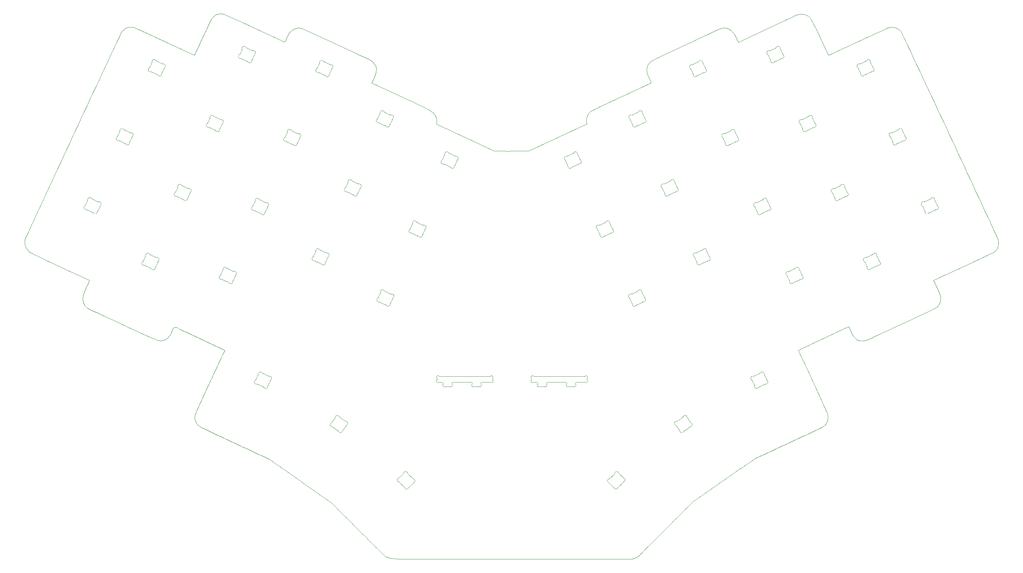
<source format=gbr>
%TF.GenerationSoftware,KiCad,Pcbnew,(5.1.10)-1*%
%TF.CreationDate,2021-08-07T23:48:32-07:00*%
%TF.ProjectId,barobord,6261726f-626f-4726-942e-6b696361645f,rev?*%
%TF.SameCoordinates,Original*%
%TF.FileFunction,Profile,NP*%
%FSLAX46Y46*%
G04 Gerber Fmt 4.6, Leading zero omitted, Abs format (unit mm)*
G04 Created by KiCad (PCBNEW (5.1.10)-1) date 2021-08-07 23:48:32*
%MOMM*%
%LPD*%
G01*
G04 APERTURE LIST*
%TA.AperFunction,Profile*%
%ADD10C,0.124256*%
%TD*%
%TA.AperFunction,Profile*%
%ADD11C,0.100000*%
%TD*%
%TA.AperFunction,Profile*%
%ADD12C,0.050000*%
%TD*%
G04 APERTURE END LIST*
D10*
X69453757Y-23701591D02*
X69369198Y-23883140D01*
X69369198Y-23883140D02*
X69284638Y-24064689D01*
X69284638Y-24064689D02*
X69200076Y-24246238D01*
X69200076Y-24246238D02*
X69115514Y-24427787D01*
X69115514Y-24427787D02*
X69030951Y-24609336D01*
X69030951Y-24609336D02*
X68946387Y-24790884D01*
X68946387Y-24790884D02*
X68861822Y-24972433D01*
X68861822Y-24972433D02*
X68777257Y-25153981D01*
X68777257Y-25153981D02*
X68692692Y-25335529D01*
X68692692Y-25335529D02*
X68608126Y-25517078D01*
X68608126Y-25517078D02*
X68523559Y-25698626D01*
X68523559Y-25698626D02*
X68438993Y-25880174D01*
X68438993Y-25880174D02*
X68354427Y-26061723D01*
X68354427Y-26061723D02*
X68269860Y-26243271D01*
X68269860Y-26243271D02*
X68185295Y-26424819D01*
X68185295Y-26424819D02*
X68100729Y-26606368D01*
X68100729Y-26606368D02*
X68016164Y-26787916D01*
X68016164Y-26787916D02*
X67931599Y-26969465D01*
X67931599Y-26969465D02*
X67847035Y-27151014D01*
X67847035Y-27151014D02*
X67762472Y-27332562D01*
X67762472Y-27332562D02*
X67677910Y-27514111D01*
X67677910Y-27514111D02*
X67593349Y-27695660D01*
X67593349Y-27695660D02*
X67508788Y-27877210D01*
X67508788Y-27877210D02*
X67424230Y-28058759D01*
X67424230Y-28058759D02*
X67339672Y-28240309D01*
X67339672Y-28240309D02*
X67255116Y-28421858D01*
X67255116Y-28421858D02*
X67170562Y-28603408D01*
X67170562Y-28603408D02*
X67086009Y-28784959D01*
X67086009Y-28784959D02*
X67001458Y-28966509D01*
X67001458Y-28966509D02*
X66916909Y-29148060D01*
X66916909Y-29148060D02*
X66832362Y-29329611D01*
X66832362Y-29329611D02*
X66747818Y-29511163D01*
X48066556Y-24674939D02*
X47327944Y-26251839D01*
X47327944Y-26251839D02*
X46589429Y-27828788D01*
X46589429Y-27828788D02*
X45851024Y-29405793D01*
X45851024Y-29405793D02*
X45112745Y-30982860D01*
X45112745Y-30982860D02*
X44374605Y-32559995D01*
X44374605Y-32559995D02*
X43636619Y-34137204D01*
X43636619Y-34137204D02*
X42898801Y-35714495D01*
X42898801Y-35714495D02*
X42161167Y-37291873D01*
X42161167Y-37291873D02*
X41423729Y-38869345D01*
X41423729Y-38869345D02*
X40686503Y-40446916D01*
X40686503Y-40446916D02*
X39949503Y-42024595D01*
X39949503Y-42024595D02*
X39212744Y-43602386D01*
X39212744Y-43602386D02*
X38476239Y-45180296D01*
X38476239Y-45180296D02*
X37740004Y-46758332D01*
X37740004Y-46758332D02*
X37004053Y-48336500D01*
X37004053Y-48336500D02*
X36268400Y-49914806D01*
X36268400Y-49914806D02*
X35533059Y-51493257D01*
X35533059Y-51493257D02*
X34798045Y-53071858D01*
X34798045Y-53071858D02*
X34063373Y-54650618D01*
X34063373Y-54650618D02*
X33329057Y-56229541D01*
X33329057Y-56229541D02*
X32595111Y-57808634D01*
X32595111Y-57808634D02*
X31861549Y-59387904D01*
X31861549Y-59387904D02*
X31128387Y-60967356D01*
X31128387Y-60967356D02*
X30395638Y-62546998D01*
X30395638Y-62546998D02*
X29663318Y-64126836D01*
X29663318Y-64126836D02*
X28931439Y-65706876D01*
X28931439Y-65706876D02*
X28200018Y-67287124D01*
X28200018Y-67287124D02*
X27469067Y-68867586D01*
X27469067Y-68867586D02*
X26738603Y-70448270D01*
X26738603Y-70448270D02*
X26008638Y-72029182D01*
X26008638Y-72029182D02*
X25279188Y-73610327D01*
X25279188Y-73610327D02*
X24550267Y-75191713D01*
X66747818Y-29511163D02*
X66279108Y-29293796D01*
X66279108Y-29293796D02*
X65810475Y-29076247D01*
X65810475Y-29076247D02*
X65341908Y-28858540D01*
X65341908Y-28858540D02*
X64873394Y-28640703D01*
X64873394Y-28640703D02*
X64404921Y-28422762D01*
X64404921Y-28422762D02*
X63936479Y-28204745D01*
X63936479Y-28204745D02*
X63468056Y-27986679D01*
X63468056Y-27986679D02*
X62999639Y-27768589D01*
X62999639Y-27768589D02*
X62531217Y-27550503D01*
X62531217Y-27550503D02*
X62062778Y-27332448D01*
X62062778Y-27332448D02*
X61594311Y-27114451D01*
X61594311Y-27114451D02*
X61125805Y-26896537D01*
X61125805Y-26896537D02*
X60657246Y-26678735D01*
X60657246Y-26678735D02*
X60188625Y-26461071D01*
X60188625Y-26461071D02*
X59719928Y-26243572D01*
X59719928Y-26243572D02*
X59251144Y-26026264D01*
X59251144Y-26026264D02*
X58782263Y-25809174D01*
X58782263Y-25809174D02*
X58313271Y-25592330D01*
X58313271Y-25592330D02*
X57844157Y-25375757D01*
X57844157Y-25375757D02*
X57374910Y-25159483D01*
X57374910Y-25159483D02*
X56905518Y-24943535D01*
X56905518Y-24943535D02*
X56435969Y-24727939D01*
X56435969Y-24727939D02*
X55966251Y-24512723D01*
X55966251Y-24512723D02*
X55496354Y-24297912D01*
X55496354Y-24297912D02*
X55026264Y-24083535D01*
X55026264Y-24083535D02*
X54555971Y-23869617D01*
X54555971Y-23869617D02*
X54085463Y-23656185D01*
X54085463Y-23656185D02*
X53614728Y-23443266D01*
X53614728Y-23443266D02*
X53143755Y-23230888D01*
X53143755Y-23230888D02*
X52672531Y-23019077D01*
X52672531Y-23019077D02*
X52201045Y-22807859D01*
X52201045Y-22807859D02*
X51729286Y-22597262D01*
X72274937Y-19304128D02*
X72123132Y-19387933D01*
X72123132Y-19387933D02*
X71978977Y-19478347D01*
X71978977Y-19478347D02*
X71842115Y-19575055D01*
X71842115Y-19575055D02*
X71712193Y-19677742D01*
X71712193Y-19677742D02*
X71588857Y-19786094D01*
X71588857Y-19786094D02*
X71471753Y-19899795D01*
X71471753Y-19899795D02*
X71360525Y-20018529D01*
X71360525Y-20018529D02*
X71254821Y-20141983D01*
X71254821Y-20141983D02*
X71154285Y-20269841D01*
X71154285Y-20269841D02*
X71058563Y-20401788D01*
X71058563Y-20401788D02*
X70967302Y-20537509D01*
X70967302Y-20537509D02*
X70880146Y-20676689D01*
X70880146Y-20676689D02*
X70796743Y-20819014D01*
X70796743Y-20819014D02*
X70716737Y-20964167D01*
X70716737Y-20964167D02*
X70639774Y-21111834D01*
X70639774Y-21111834D02*
X70565500Y-21261701D01*
X70565500Y-21261701D02*
X70493560Y-21413451D01*
X70493560Y-21413451D02*
X70423602Y-21566771D01*
X70423602Y-21566771D02*
X70355269Y-21721344D01*
X70355269Y-21721344D02*
X70288209Y-21876857D01*
X70288209Y-21876857D02*
X70222066Y-22032993D01*
X70222066Y-22032993D02*
X70156487Y-22189439D01*
X70156487Y-22189439D02*
X70091117Y-22345879D01*
X70091117Y-22345879D02*
X70025602Y-22501997D01*
X70025602Y-22501997D02*
X69959588Y-22657480D01*
X69959588Y-22657480D02*
X69892721Y-22812012D01*
X69892721Y-22812012D02*
X69824646Y-22965277D01*
X69824646Y-22965277D02*
X69755009Y-23116962D01*
X69755009Y-23116962D02*
X69683455Y-23266751D01*
X69683455Y-23266751D02*
X69609632Y-23414328D01*
X69609632Y-23414328D02*
X69533184Y-23559380D01*
X69533184Y-23559380D02*
X69453757Y-23701591D01*
X51729286Y-22597262D02*
X51580588Y-22549000D01*
X51580588Y-22549000D02*
X51431946Y-22510385D01*
X51431946Y-22510385D02*
X51283574Y-22481182D01*
X51283574Y-22481182D02*
X51135688Y-22461157D01*
X51135688Y-22461157D02*
X50988502Y-22450075D01*
X50988502Y-22450075D02*
X50842234Y-22447702D01*
X50842234Y-22447702D02*
X50697096Y-22453803D01*
X50697096Y-22453803D02*
X50553306Y-22468144D01*
X50553306Y-22468144D02*
X50411079Y-22490491D01*
X50411079Y-22490491D02*
X50270630Y-22520609D01*
X50270630Y-22520609D02*
X50132174Y-22558264D01*
X50132174Y-22558264D02*
X49995927Y-22603222D01*
X49995927Y-22603222D02*
X49862104Y-22655247D01*
X49862104Y-22655247D02*
X49730921Y-22714107D01*
X49730921Y-22714107D02*
X49602593Y-22779565D01*
X49602593Y-22779565D02*
X49477335Y-22851389D01*
X49477335Y-22851389D02*
X49355363Y-22929343D01*
X49355363Y-22929343D02*
X49236892Y-23013193D01*
X49236892Y-23013193D02*
X49122138Y-23102706D01*
X49122138Y-23102706D02*
X49011316Y-23197645D01*
X49011316Y-23197645D02*
X48904641Y-23297778D01*
X48904641Y-23297778D02*
X48802329Y-23402869D01*
X48802329Y-23402869D02*
X48704596Y-23512684D01*
X48704596Y-23512684D02*
X48611656Y-23626989D01*
X48611656Y-23626989D02*
X48523725Y-23745550D01*
X48523725Y-23745550D02*
X48441019Y-23868132D01*
X48441019Y-23868132D02*
X48363752Y-23994500D01*
X48363752Y-23994500D02*
X48292141Y-24124421D01*
X48292141Y-24124421D02*
X48226400Y-24257659D01*
X48226400Y-24257659D02*
X48166745Y-24393981D01*
X48166745Y-24393981D02*
X48113392Y-24533153D01*
X48113392Y-24533153D02*
X48066556Y-24674939D01*
X26531866Y-79126595D02*
X26964664Y-79342862D01*
X26964664Y-79342862D02*
X27397982Y-79558085D01*
X27397982Y-79558085D02*
X27831802Y-79772298D01*
X27831802Y-79772298D02*
X28266105Y-79985534D01*
X28266105Y-79985534D02*
X28700876Y-80197826D01*
X28700876Y-80197826D02*
X29136096Y-80409207D01*
X29136096Y-80409207D02*
X29571748Y-80619710D01*
X29571748Y-80619710D02*
X30007815Y-80829369D01*
X30007815Y-80829369D02*
X30444280Y-81038216D01*
X30444280Y-81038216D02*
X30881125Y-81246285D01*
X30881125Y-81246285D02*
X31318333Y-81453609D01*
X31318333Y-81453609D02*
X31755886Y-81660221D01*
X31755886Y-81660221D02*
X32193768Y-81866154D01*
X32193768Y-81866154D02*
X32631961Y-82071441D01*
X32631961Y-82071441D02*
X33070448Y-82276116D01*
X33070448Y-82276116D02*
X33509212Y-82480212D01*
X33509212Y-82480212D02*
X33948234Y-82683761D01*
X33948234Y-82683761D02*
X34387498Y-82886797D01*
X34387498Y-82886797D02*
X34826986Y-83089354D01*
X34826986Y-83089354D02*
X35266682Y-83291463D01*
X35266682Y-83291463D02*
X35706568Y-83493159D01*
X35706568Y-83493159D02*
X36146626Y-83694475D01*
X36146626Y-83694475D02*
X36586839Y-83895443D01*
X36586839Y-83895443D02*
X37027190Y-84096098D01*
X37027190Y-84096098D02*
X37467662Y-84296471D01*
X37467662Y-84296471D02*
X37908236Y-84496596D01*
X37908236Y-84496596D02*
X38348897Y-84696507D01*
X38348897Y-84696507D02*
X38789627Y-84896236D01*
X38789627Y-84896236D02*
X39230408Y-85095817D01*
X39230408Y-85095817D02*
X39671222Y-85295283D01*
X39671222Y-85295283D02*
X40112054Y-85494667D01*
X40112054Y-85494667D02*
X40552885Y-85694002D01*
X57635847Y-100698993D02*
X57784269Y-100734187D01*
X57784269Y-100734187D02*
X57931668Y-100759907D01*
X57931668Y-100759907D02*
X58077893Y-100776415D01*
X58077893Y-100776415D02*
X58222792Y-100783977D01*
X58222792Y-100783977D02*
X58366215Y-100782857D01*
X58366215Y-100782857D02*
X58508010Y-100773319D01*
X58508010Y-100773319D02*
X58648027Y-100755629D01*
X58648027Y-100755629D02*
X58786113Y-100730049D01*
X58786113Y-100730049D02*
X58922119Y-100696846D01*
X58922119Y-100696846D02*
X59055892Y-100656283D01*
X59055892Y-100656283D02*
X59187283Y-100608625D01*
X59187283Y-100608625D02*
X59316139Y-100554137D01*
X59316139Y-100554137D02*
X59442310Y-100493083D01*
X59442310Y-100493083D02*
X59565645Y-100425727D01*
X59565645Y-100425727D02*
X59685992Y-100352334D01*
X59685992Y-100352334D02*
X59803201Y-100273169D01*
X59803201Y-100273169D02*
X59917120Y-100188496D01*
X59917120Y-100188496D02*
X60027598Y-100098579D01*
X60027598Y-100098579D02*
X60134484Y-100003684D01*
X60134484Y-100003684D02*
X60237627Y-99904074D01*
X60237627Y-99904074D02*
X60336876Y-99800013D01*
X60336876Y-99800013D02*
X60432081Y-99691768D01*
X60432081Y-99691768D02*
X60523088Y-99579602D01*
X60523088Y-99579602D02*
X60609749Y-99463779D01*
X60609749Y-99463779D02*
X60691911Y-99344564D01*
X60691911Y-99344564D02*
X60769424Y-99222222D01*
X60769424Y-99222222D02*
X60842136Y-99097016D01*
X60842136Y-99097016D02*
X60909896Y-98969213D01*
X60909896Y-98969213D02*
X60972554Y-98839075D01*
X60972554Y-98839075D02*
X61029957Y-98706868D01*
X61029957Y-98706868D02*
X61081956Y-98572857D01*
X61081956Y-98572857D02*
X61128399Y-98437305D01*
X68968261Y-122663221D02*
X69481522Y-122913780D01*
X69481522Y-122913780D02*
X69995452Y-123163013D01*
X69995452Y-123163013D02*
X70510008Y-123411008D01*
X70510008Y-123411008D02*
X71025142Y-123657850D01*
X71025142Y-123657850D02*
X71540812Y-123903628D01*
X71540812Y-123903628D02*
X72056971Y-124148428D01*
X72056971Y-124148428D02*
X72573575Y-124392337D01*
X72573575Y-124392337D02*
X73090578Y-124635444D01*
X73090578Y-124635444D02*
X73607936Y-124877833D01*
X73607936Y-124877833D02*
X74125604Y-125119594D01*
X74125604Y-125119594D02*
X74643537Y-125360813D01*
X74643537Y-125360813D02*
X75161690Y-125601576D01*
X75161690Y-125601576D02*
X75680017Y-125841972D01*
X75680017Y-125841972D02*
X76198474Y-126082088D01*
X76198474Y-126082088D02*
X76717017Y-126322009D01*
X76717017Y-126322009D02*
X77235599Y-126561824D01*
X77235599Y-126561824D02*
X77754176Y-126801620D01*
X77754176Y-126801620D02*
X78272703Y-127041483D01*
X78272703Y-127041483D02*
X78791136Y-127281502D01*
X78791136Y-127281502D02*
X79309428Y-127521762D01*
X79309428Y-127521762D02*
X79827535Y-127762351D01*
X79827535Y-127762351D02*
X80345413Y-128003357D01*
X80345413Y-128003357D02*
X80863016Y-128244866D01*
X80863016Y-128244866D02*
X81380298Y-128486965D01*
X81380298Y-128486965D02*
X81897217Y-128729742D01*
X81897217Y-128729742D02*
X82413725Y-128973284D01*
X82413725Y-128973284D02*
X82929779Y-129217677D01*
X82929779Y-129217677D02*
X83445333Y-129463009D01*
X83445333Y-129463009D02*
X83960342Y-129709367D01*
X83960342Y-129709367D02*
X84474762Y-129956839D01*
X84474762Y-129956839D02*
X84988547Y-130205510D01*
X84988547Y-130205510D02*
X85501653Y-130455470D01*
X24550267Y-75191713D02*
X24492336Y-75343933D01*
X24492336Y-75343933D02*
X24444807Y-75496428D01*
X24444807Y-75496428D02*
X24407413Y-75648979D01*
X24407413Y-75648979D02*
X24379886Y-75801372D01*
X24379886Y-75801372D02*
X24361961Y-75953390D01*
X24361961Y-75953390D02*
X24353369Y-76104817D01*
X24353369Y-76104817D02*
X24353844Y-76255437D01*
X24353844Y-76255437D02*
X24363120Y-76405034D01*
X24363120Y-76405034D02*
X24380929Y-76553391D01*
X24380929Y-76553391D02*
X24407004Y-76700294D01*
X24407004Y-76700294D02*
X24441079Y-76845525D01*
X24441079Y-76845525D02*
X24482886Y-76988868D01*
X24482886Y-76988868D02*
X24532159Y-77130108D01*
X24532159Y-77130108D02*
X24588631Y-77269029D01*
X24588631Y-77269029D02*
X24652035Y-77405413D01*
X24652035Y-77405413D02*
X24722104Y-77539046D01*
X24722104Y-77539046D02*
X24798570Y-77669711D01*
X24798570Y-77669711D02*
X24881169Y-77797192D01*
X24881169Y-77797192D02*
X24969631Y-77921273D01*
X24969631Y-77921273D02*
X25063691Y-78041737D01*
X25063691Y-78041737D02*
X25163082Y-78158370D01*
X25163082Y-78158370D02*
X25267536Y-78270954D01*
X25267536Y-78270954D02*
X25376787Y-78379273D01*
X25376787Y-78379273D02*
X25490569Y-78483112D01*
X25490569Y-78483112D02*
X25608613Y-78582255D01*
X25608613Y-78582255D02*
X25730653Y-78676484D01*
X25730653Y-78676484D02*
X25856422Y-78765585D01*
X25856422Y-78765585D02*
X25985654Y-78849341D01*
X25985654Y-78849341D02*
X26118081Y-78927536D01*
X26118081Y-78927536D02*
X26253436Y-78999954D01*
X26253436Y-78999954D02*
X26391454Y-79066379D01*
X26391454Y-79066379D02*
X26531866Y-79126595D01*
X66909430Y-119230553D02*
X66877436Y-119371545D01*
X66877436Y-119371545D02*
X66853552Y-119512051D01*
X66853552Y-119512051D02*
X66837588Y-119651900D01*
X66837588Y-119651900D02*
X66829354Y-119790924D01*
X66829354Y-119790924D02*
X66828661Y-119928954D01*
X66828661Y-119928954D02*
X66835319Y-120065822D01*
X66835319Y-120065822D02*
X66849140Y-120201358D01*
X66849140Y-120201358D02*
X66869934Y-120335393D01*
X66869934Y-120335393D02*
X66897511Y-120467760D01*
X66897511Y-120467760D02*
X66931681Y-120598288D01*
X66931681Y-120598288D02*
X66972256Y-120726809D01*
X66972256Y-120726809D02*
X67019046Y-120853155D01*
X67019046Y-120853155D02*
X67071862Y-120977157D01*
X67071862Y-120977157D02*
X67130513Y-121098645D01*
X67130513Y-121098645D02*
X67194812Y-121217451D01*
X67194812Y-121217451D02*
X67264567Y-121333407D01*
X67264567Y-121333407D02*
X67339591Y-121446342D01*
X67339591Y-121446342D02*
X67419692Y-121556089D01*
X67419692Y-121556089D02*
X67504683Y-121662479D01*
X67504683Y-121662479D02*
X67594373Y-121765343D01*
X67594373Y-121765343D02*
X67688573Y-121864511D01*
X67688573Y-121864511D02*
X67787094Y-121959816D01*
X67787094Y-121959816D02*
X67889746Y-122051089D01*
X67889746Y-122051089D02*
X67996340Y-122138160D01*
X67996340Y-122138160D02*
X68106686Y-122220861D01*
X68106686Y-122220861D02*
X68220595Y-122299022D01*
X68220595Y-122299022D02*
X68337877Y-122372476D01*
X68337877Y-122372476D02*
X68458343Y-122441054D01*
X68458343Y-122441054D02*
X68581804Y-122504586D01*
X68581804Y-122504586D02*
X68708070Y-122562903D01*
X68708070Y-122562903D02*
X68836952Y-122615838D01*
X68836952Y-122615838D02*
X68968261Y-122663221D01*
X43262606Y-94187262D02*
X43711382Y-94391307D01*
X43711382Y-94391307D02*
X44159686Y-94596533D01*
X44159686Y-94596533D02*
X44607566Y-94802818D01*
X44607566Y-94802818D02*
X45055072Y-95010041D01*
X45055072Y-95010041D02*
X45502255Y-95218078D01*
X45502255Y-95218078D02*
X45949164Y-95426810D01*
X45949164Y-95426810D02*
X46395848Y-95636115D01*
X46395848Y-95636115D02*
X46842359Y-95845869D01*
X46842359Y-95845869D02*
X47288744Y-96055954D01*
X47288744Y-96055954D02*
X47735055Y-96266245D01*
X47735055Y-96266245D02*
X48181341Y-96476623D01*
X48181341Y-96476623D02*
X48627653Y-96686964D01*
X48627653Y-96686964D02*
X49074039Y-96897149D01*
X49074039Y-96897149D02*
X49520549Y-97107054D01*
X49520549Y-97107054D02*
X49967234Y-97316559D01*
X49967234Y-97316559D02*
X50414143Y-97525541D01*
X50414143Y-97525541D02*
X50861327Y-97733880D01*
X50861327Y-97733880D02*
X51308834Y-97941453D01*
X51308834Y-97941453D02*
X51756715Y-98148139D01*
X51756715Y-98148139D02*
X52205019Y-98353816D01*
X52205019Y-98353816D02*
X52653797Y-98558363D01*
X52653797Y-98558363D02*
X53103098Y-98761658D01*
X53103098Y-98761658D02*
X53552972Y-98963580D01*
X53552972Y-98963580D02*
X54003469Y-99164006D01*
X54003469Y-99164006D02*
X54454639Y-99362815D01*
X54454639Y-99362815D02*
X54906531Y-99559886D01*
X54906531Y-99559886D02*
X55359196Y-99755097D01*
X55359196Y-99755097D02*
X55812682Y-99948326D01*
X55812682Y-99948326D02*
X56267041Y-100139451D01*
X56267041Y-100139451D02*
X56722321Y-100328352D01*
X56722321Y-100328352D02*
X57178573Y-100514906D01*
X57178573Y-100514906D02*
X57635847Y-100698993D01*
X38944887Y-90991902D02*
X38992614Y-91175706D01*
X38992614Y-91175706D02*
X39050911Y-91349912D01*
X39050911Y-91349912D02*
X39119283Y-91514939D01*
X39119283Y-91514939D02*
X39197235Y-91671204D01*
X39197235Y-91671204D02*
X39284273Y-91819126D01*
X39284273Y-91819126D02*
X39379903Y-91959123D01*
X39379903Y-91959123D02*
X39483630Y-92091613D01*
X39483630Y-92091613D02*
X39594960Y-92217014D01*
X39594960Y-92217014D02*
X39713400Y-92335744D01*
X39713400Y-92335744D02*
X39838453Y-92448222D01*
X39838453Y-92448222D02*
X39969627Y-92554866D01*
X39969627Y-92554866D02*
X40106427Y-92656094D01*
X40106427Y-92656094D02*
X40248358Y-92752324D01*
X40248358Y-92752324D02*
X40394926Y-92843974D01*
X40394926Y-92843974D02*
X40545638Y-92931462D01*
X40545638Y-92931462D02*
X40699998Y-93015207D01*
X40699998Y-93015207D02*
X40857512Y-93095627D01*
X40857512Y-93095627D02*
X41017686Y-93173140D01*
X41017686Y-93173140D02*
X41180026Y-93248164D01*
X41180026Y-93248164D02*
X41344037Y-93321117D01*
X41344037Y-93321117D02*
X41509226Y-93392418D01*
X41509226Y-93392418D02*
X41675097Y-93462485D01*
X41675097Y-93462485D02*
X41841156Y-93531735D01*
X41841156Y-93531735D02*
X42006909Y-93600588D01*
X42006909Y-93600588D02*
X42171862Y-93669460D01*
X42171862Y-93669460D02*
X42335521Y-93738771D01*
X42335521Y-93738771D02*
X42497391Y-93808939D01*
X42497391Y-93808939D02*
X42656977Y-93880381D01*
X42656977Y-93880381D02*
X42813786Y-93953517D01*
X42813786Y-93953517D02*
X42967324Y-94028763D01*
X42967324Y-94028763D02*
X43117095Y-94106538D01*
X43117095Y-94106538D02*
X43262606Y-94187262D01*
X40552885Y-85694002D02*
X40491888Y-85854106D01*
X40491888Y-85854106D02*
X40427214Y-86014095D01*
X40427214Y-86014095D02*
X40359302Y-86174013D01*
X40359302Y-86174013D02*
X40288587Y-86333909D01*
X40288587Y-86333909D02*
X40215507Y-86493829D01*
X40215507Y-86493829D02*
X40140498Y-86653819D01*
X40140498Y-86653819D02*
X40063998Y-86813928D01*
X40063998Y-86813928D02*
X39986443Y-86974200D01*
X39986443Y-86974200D02*
X39908271Y-87134684D01*
X39908271Y-87134684D02*
X39829918Y-87295427D01*
X39829918Y-87295427D02*
X39751822Y-87456474D01*
X39751822Y-87456474D02*
X39674419Y-87617873D01*
X39674419Y-87617873D02*
X39598146Y-87779671D01*
X39598146Y-87779671D02*
X39523441Y-87941915D01*
X39523441Y-87941915D02*
X39450739Y-88104651D01*
X39450739Y-88104651D02*
X39380480Y-88267926D01*
X39380480Y-88267926D02*
X39313098Y-88431787D01*
X39313098Y-88431787D02*
X39249031Y-88596282D01*
X39249031Y-88596282D02*
X39188717Y-88761456D01*
X39188717Y-88761456D02*
X39132591Y-88927357D01*
X39132591Y-88927357D02*
X39081092Y-89094032D01*
X39081092Y-89094032D02*
X39034655Y-89261526D01*
X39034655Y-89261526D02*
X38993719Y-89429888D01*
X38993719Y-89429888D02*
X38958719Y-89599165D01*
X38958719Y-89599165D02*
X38930093Y-89769402D01*
X38930093Y-89769402D02*
X38908278Y-89940646D01*
X38908278Y-89940646D02*
X38893711Y-90112946D01*
X38893711Y-90112946D02*
X38886829Y-90286347D01*
X38886829Y-90286347D02*
X38888068Y-90460896D01*
X38888068Y-90460896D02*
X38897866Y-90636640D01*
X38897866Y-90636640D02*
X38916660Y-90813626D01*
X38916660Y-90813626D02*
X38944887Y-90991902D01*
X74317580Y-103151694D02*
X74083908Y-103653070D01*
X74083908Y-103653070D02*
X73849752Y-104154263D01*
X73849752Y-104154263D02*
X73615174Y-104655298D01*
X73615174Y-104655298D02*
X73380237Y-105156201D01*
X73380237Y-105156201D02*
X73145002Y-105656997D01*
X73145002Y-105656997D02*
X72909533Y-106157712D01*
X72909533Y-106157712D02*
X72673892Y-106658369D01*
X72673892Y-106658369D02*
X72438141Y-107158996D01*
X72438141Y-107158996D02*
X72202342Y-107659617D01*
X72202342Y-107659617D02*
X71966559Y-108160258D01*
X71966559Y-108160258D02*
X71730853Y-108660943D01*
X71730853Y-108660943D02*
X71495286Y-109161699D01*
X71495286Y-109161699D02*
X71259922Y-109662550D01*
X71259922Y-109662550D02*
X71024823Y-110163522D01*
X71024823Y-110163522D02*
X70790050Y-110664640D01*
X70790050Y-110664640D02*
X70555668Y-111165929D01*
X70555668Y-111165929D02*
X70321736Y-111667416D01*
X70321736Y-111667416D02*
X70088320Y-112169124D01*
X70088320Y-112169124D02*
X69855479Y-112671081D01*
X69855479Y-112671081D02*
X69623278Y-113173309D01*
X69623278Y-113173309D02*
X69391779Y-113675836D01*
X69391779Y-113675836D02*
X69161043Y-114178687D01*
X69161043Y-114178687D02*
X68931133Y-114681886D01*
X68931133Y-114681886D02*
X68702113Y-115185459D01*
X68702113Y-115185459D02*
X68474043Y-115689432D01*
X68474043Y-115689432D02*
X68246987Y-116193830D01*
X68246987Y-116193830D02*
X68021007Y-116698677D01*
X68021007Y-116698677D02*
X67796165Y-117204000D01*
X67796165Y-117204000D02*
X67572524Y-117709824D01*
X67572524Y-117709824D02*
X67350146Y-118216174D01*
X67350146Y-118216174D02*
X67129094Y-118723075D01*
X67129094Y-118723075D02*
X66909430Y-119230553D01*
X62862411Y-97804440D02*
X63219924Y-97972526D01*
X63219924Y-97972526D02*
X63577472Y-98140538D01*
X63577472Y-98140538D02*
X63935056Y-98308477D01*
X63935056Y-98308477D02*
X64292673Y-98476342D01*
X64292673Y-98476342D02*
X64650323Y-98644136D01*
X64650323Y-98644136D02*
X65008007Y-98811860D01*
X65008007Y-98811860D02*
X65365723Y-98979515D01*
X65365723Y-98979515D02*
X65723471Y-99147101D01*
X65723471Y-99147101D02*
X66081250Y-99314620D01*
X66081250Y-99314620D02*
X66439060Y-99482074D01*
X66439060Y-99482074D02*
X66796900Y-99649463D01*
X66796900Y-99649463D02*
X67154770Y-99816788D01*
X67154770Y-99816788D02*
X67512670Y-99984051D01*
X67512670Y-99984051D02*
X67870597Y-100151252D01*
X67870597Y-100151252D02*
X68228553Y-100318394D01*
X68228553Y-100318394D02*
X68586537Y-100485476D01*
X68586537Y-100485476D02*
X68944547Y-100652501D01*
X68944547Y-100652501D02*
X69302584Y-100819468D01*
X69302584Y-100819468D02*
X69660647Y-100986380D01*
X69660647Y-100986380D02*
X70018735Y-101153238D01*
X70018735Y-101153238D02*
X70376849Y-101320042D01*
X70376849Y-101320042D02*
X70734986Y-101486794D01*
X70734986Y-101486794D02*
X71093147Y-101653495D01*
X71093147Y-101653495D02*
X71451332Y-101820147D01*
X71451332Y-101820147D02*
X71809539Y-101986749D01*
X71809539Y-101986749D02*
X72167768Y-102153303D01*
X72167768Y-102153303D02*
X72526019Y-102319811D01*
X72526019Y-102319811D02*
X72884291Y-102486274D01*
X72884291Y-102486274D02*
X73242584Y-102652693D01*
X73242584Y-102652693D02*
X73600897Y-102819068D01*
X73600897Y-102819068D02*
X73959229Y-102985401D01*
X73959229Y-102985401D02*
X74317580Y-103151694D01*
X61128399Y-98437305D02*
X61182082Y-98243986D01*
X61182082Y-98243986D02*
X61242541Y-98069836D01*
X61242541Y-98069836D02*
X61309885Y-97915142D01*
X61309885Y-97915142D02*
X61384227Y-97780188D01*
X61384227Y-97780188D02*
X61465676Y-97665261D01*
X61465676Y-97665261D02*
X61554343Y-97570644D01*
X61554343Y-97570644D02*
X61701121Y-97467429D01*
X61701121Y-97467429D02*
X61864764Y-97411521D01*
X61864764Y-97411521D02*
X62045645Y-97403884D01*
X62045645Y-97403884D02*
X62175995Y-97426085D01*
X62175995Y-97426085D02*
X62314283Y-97470454D01*
X62314283Y-97470454D02*
X62460621Y-97537277D01*
X62460621Y-97537277D02*
X62615120Y-97626838D01*
X62615120Y-97626838D02*
X62777889Y-97739423D01*
X62777889Y-97739423D02*
X62862411Y-97804440D01*
X223602141Y-122299376D02*
X223725116Y-122223042D01*
X223725116Y-122223042D02*
X223842235Y-122141032D01*
X223842235Y-122141032D02*
X223953475Y-122053620D01*
X223953475Y-122053620D02*
X224058814Y-121961082D01*
X224058814Y-121961082D02*
X224158233Y-121863696D01*
X224158233Y-121863696D02*
X224251708Y-121761735D01*
X224251708Y-121761735D02*
X224339219Y-121655476D01*
X224339219Y-121655476D02*
X224420744Y-121545196D01*
X224420744Y-121545196D02*
X224496261Y-121431168D01*
X224496261Y-121431168D02*
X224565749Y-121313671D01*
X224565749Y-121313671D02*
X224629187Y-121192978D01*
X224629187Y-121192978D02*
X224686553Y-121069367D01*
X224686553Y-121069367D02*
X224737826Y-120943113D01*
X224737826Y-120943113D02*
X224782984Y-120814492D01*
X224782984Y-120814492D02*
X224822005Y-120683779D01*
X224822005Y-120683779D02*
X224854869Y-120551250D01*
X224854869Y-120551250D02*
X224881553Y-120417182D01*
X224881553Y-120417182D02*
X224902037Y-120281850D01*
X224902037Y-120281850D02*
X224916298Y-120145529D01*
X224916298Y-120145529D02*
X224924316Y-120008497D01*
X224924316Y-120008497D02*
X224926068Y-119871028D01*
X224926068Y-119871028D02*
X224921534Y-119733398D01*
X224921534Y-119733398D02*
X224910691Y-119595883D01*
X224910691Y-119595883D02*
X224893519Y-119458759D01*
X224893519Y-119458759D02*
X224869996Y-119322302D01*
X224869996Y-119322302D02*
X224840100Y-119186788D01*
X224840100Y-119186788D02*
X224803810Y-119052492D01*
X224803810Y-119052492D02*
X224761105Y-118919691D01*
X224761105Y-118919691D02*
X224711963Y-118788659D01*
X224711963Y-118788659D02*
X224656362Y-118659674D01*
X224656362Y-118659674D02*
X224594281Y-118533010D01*
X224594281Y-118533010D02*
X224525699Y-118408944D01*
X175937123Y-155293254D02*
X176109689Y-155268486D01*
X176109689Y-155268486D02*
X176277177Y-155234382D01*
X176277177Y-155234382D02*
X176439822Y-155191387D01*
X176439822Y-155191387D02*
X176597860Y-155139952D01*
X176597860Y-155139952D02*
X176751526Y-155080524D01*
X176751526Y-155080524D02*
X176901057Y-155013552D01*
X176901057Y-155013552D02*
X177046687Y-154939484D01*
X177046687Y-154939484D02*
X177188653Y-154858768D01*
X177188653Y-154858768D02*
X177327190Y-154771854D01*
X177327190Y-154771854D02*
X177462534Y-154679188D01*
X177462534Y-154679188D02*
X177594920Y-154581221D01*
X177594920Y-154581221D02*
X177724585Y-154478400D01*
X177724585Y-154478400D02*
X177851763Y-154371173D01*
X177851763Y-154371173D02*
X177976690Y-154259989D01*
X177976690Y-154259989D02*
X178099603Y-154145296D01*
X178099603Y-154145296D02*
X178220736Y-154027544D01*
X178220736Y-154027544D02*
X178340325Y-153907179D01*
X178340325Y-153907179D02*
X178458607Y-153784651D01*
X178458607Y-153784651D02*
X178575816Y-153660407D01*
X178575816Y-153660407D02*
X178692189Y-153534897D01*
X178692189Y-153534897D02*
X178807960Y-153408569D01*
X178807960Y-153408569D02*
X178923367Y-153281871D01*
X178923367Y-153281871D02*
X179038643Y-153155251D01*
X179038643Y-153155251D02*
X179154026Y-153029159D01*
X179154026Y-153029159D02*
X179269750Y-152904041D01*
X179269750Y-152904041D02*
X179386051Y-152780347D01*
X179386051Y-152780347D02*
X179503165Y-152658525D01*
X179503165Y-152658525D02*
X179621328Y-152539024D01*
X179621328Y-152539024D02*
X179740775Y-152422292D01*
X179740775Y-152422292D02*
X179861742Y-152308776D01*
X179861742Y-152308776D02*
X179984465Y-152198927D01*
X179984465Y-152198927D02*
X180109179Y-152093192D01*
X191302249Y-140957209D02*
X191786353Y-140622016D01*
X191786353Y-140622016D02*
X192270079Y-140286166D01*
X192270079Y-140286166D02*
X192753459Y-139949719D01*
X192753459Y-139949719D02*
X193236527Y-139612731D01*
X193236527Y-139612731D02*
X193719318Y-139275263D01*
X193719318Y-139275263D02*
X194201865Y-138937371D01*
X194201865Y-138937371D02*
X194684201Y-138599116D01*
X194684201Y-138599116D02*
X195166361Y-138260555D01*
X195166361Y-138260555D02*
X195648378Y-137921746D01*
X195648378Y-137921746D02*
X196130286Y-137582749D01*
X196130286Y-137582749D02*
X196612119Y-137243622D01*
X196612119Y-137243622D02*
X197093910Y-136904423D01*
X197093910Y-136904423D02*
X197575694Y-136565211D01*
X197575694Y-136565211D02*
X198057504Y-136226044D01*
X198057504Y-136226044D02*
X198539373Y-135886982D01*
X198539373Y-135886982D02*
X199021336Y-135548081D01*
X199021336Y-135548081D02*
X199503426Y-135209402D01*
X199503426Y-135209402D02*
X199985678Y-134871002D01*
X199985678Y-134871002D02*
X200468124Y-134532940D01*
X200468124Y-134532940D02*
X200950799Y-134195275D01*
X200950799Y-134195275D02*
X201433736Y-133858064D01*
X201433736Y-133858064D02*
X201916969Y-133521367D01*
X201916969Y-133521367D02*
X202400532Y-133185242D01*
X202400532Y-133185242D02*
X202884459Y-132849748D01*
X202884459Y-132849748D02*
X203368783Y-132514943D01*
X203368783Y-132514943D02*
X203853538Y-132180885D01*
X203853538Y-132180885D02*
X204338758Y-131847633D01*
X204338758Y-131847633D02*
X204824477Y-131515246D01*
X204824477Y-131515246D02*
X205310728Y-131183782D01*
X205310728Y-131183782D02*
X205797545Y-130853300D01*
X205797545Y-130853300D02*
X206284963Y-130523858D01*
X206284963Y-130523858D02*
X206773014Y-130195515D01*
X180109179Y-152093192D02*
X180459779Y-151746166D01*
X180459779Y-151746166D02*
X180809889Y-151398557D01*
X180809889Y-151398557D02*
X181159553Y-151050414D01*
X181159553Y-151050414D02*
X181508813Y-150701792D01*
X181508813Y-150701792D02*
X181857714Y-150352742D01*
X181857714Y-150352742D02*
X182206299Y-150003315D01*
X182206299Y-150003315D02*
X182554613Y-149653565D01*
X182554613Y-149653565D02*
X182902698Y-149303543D01*
X182902698Y-149303543D02*
X183250600Y-148953302D01*
X183250600Y-148953302D02*
X183598361Y-148602894D01*
X183598361Y-148602894D02*
X183946026Y-148252371D01*
X183946026Y-148252371D02*
X184293638Y-147901785D01*
X184293638Y-147901785D02*
X184641241Y-147551188D01*
X184641241Y-147551188D02*
X184988879Y-147200632D01*
X184988879Y-147200632D02*
X185336595Y-146850171D01*
X185336595Y-146850171D02*
X185684435Y-146499855D01*
X185684435Y-146499855D02*
X186032440Y-146149737D01*
X186032440Y-146149737D02*
X186380655Y-145799869D01*
X186380655Y-145799869D02*
X186729124Y-145450304D01*
X186729124Y-145450304D02*
X187077891Y-145101093D01*
X187077891Y-145101093D02*
X187426999Y-144752289D01*
X187426999Y-144752289D02*
X187776492Y-144403944D01*
X187776492Y-144403944D02*
X188126415Y-144056110D01*
X188126415Y-144056110D02*
X188476810Y-143708839D01*
X188476810Y-143708839D02*
X188827722Y-143362183D01*
X188827722Y-143362183D02*
X189179194Y-143016195D01*
X189179194Y-143016195D02*
X189531271Y-142670927D01*
X189531271Y-142670927D02*
X189883995Y-142326431D01*
X189883995Y-142326431D02*
X190237411Y-141982759D01*
X190237411Y-141982759D02*
X190591563Y-141639963D01*
X190591563Y-141639963D02*
X190946494Y-141298095D01*
X190946494Y-141298095D02*
X191302249Y-140957209D01*
X217516596Y-103159937D02*
X217907720Y-102974137D01*
X217907720Y-102974137D02*
X218299192Y-102788611D01*
X218299192Y-102788611D02*
X218690989Y-102603333D01*
X218690989Y-102603333D02*
X219083093Y-102418279D01*
X219083093Y-102418279D02*
X219475481Y-102233426D01*
X219475481Y-102233426D02*
X219868133Y-102048750D01*
X219868133Y-102048750D02*
X220261028Y-101864227D01*
X220261028Y-101864227D02*
X220654145Y-101679832D01*
X220654145Y-101679832D02*
X221047464Y-101495542D01*
X221047464Y-101495542D02*
X221440963Y-101311333D01*
X221440963Y-101311333D02*
X221834623Y-101127181D01*
X221834623Y-101127181D02*
X222228421Y-100943062D01*
X222228421Y-100943062D02*
X222622338Y-100758952D01*
X222622338Y-100758952D02*
X223016352Y-100574827D01*
X223016352Y-100574827D02*
X223410443Y-100390663D01*
X223410443Y-100390663D02*
X223804590Y-100206436D01*
X223804590Y-100206436D02*
X224198771Y-100022122D01*
X224198771Y-100022122D02*
X224592967Y-99837698D01*
X224592967Y-99837698D02*
X224987157Y-99653138D01*
X224987157Y-99653138D02*
X225381319Y-99468421D01*
X225381319Y-99468421D02*
X225775433Y-99283520D01*
X225775433Y-99283520D02*
X226169478Y-99098413D01*
X226169478Y-99098413D02*
X226563434Y-98913075D01*
X226563434Y-98913075D02*
X226957278Y-98727483D01*
X226957278Y-98727483D02*
X227350992Y-98541613D01*
X227350992Y-98541613D02*
X227744553Y-98355440D01*
X227744553Y-98355440D02*
X228137941Y-98168940D01*
X228137941Y-98168940D02*
X228531136Y-97982091D01*
X228531136Y-97982091D02*
X228924116Y-97794867D01*
X228924116Y-97794867D02*
X229316861Y-97607244D01*
X229316861Y-97607244D02*
X229709349Y-97419200D01*
X229709349Y-97419200D02*
X230101561Y-97230710D01*
X119565697Y-155321959D02*
X121327238Y-155320380D01*
X121327238Y-155320380D02*
X123088819Y-155319214D01*
X123088819Y-155319214D02*
X124850436Y-155318423D01*
X124850436Y-155318423D02*
X126612086Y-155317971D01*
X126612086Y-155317971D02*
X128373764Y-155317820D01*
X128373764Y-155317820D02*
X130135468Y-155317933D01*
X130135468Y-155317933D02*
X131897194Y-155318275D01*
X131897194Y-155318275D02*
X133658939Y-155318808D01*
X133658939Y-155318808D02*
X135420698Y-155319495D01*
X135420698Y-155319495D02*
X137182468Y-155320300D01*
X137182468Y-155320300D02*
X138944246Y-155321186D01*
X138944246Y-155321186D02*
X140706029Y-155322115D01*
X140706029Y-155322115D02*
X142467812Y-155323052D01*
X142467812Y-155323052D02*
X144229592Y-155323959D01*
X144229592Y-155323959D02*
X145991366Y-155324800D01*
X145991366Y-155324800D02*
X147753130Y-155325537D01*
X147753130Y-155325537D02*
X149514881Y-155326134D01*
X149514881Y-155326134D02*
X151276614Y-155326554D01*
X151276614Y-155326554D02*
X153038327Y-155326761D01*
X153038327Y-155326761D02*
X154800016Y-155326717D01*
X154800016Y-155326717D02*
X156561678Y-155326386D01*
X156561678Y-155326386D02*
X158323308Y-155325731D01*
X158323308Y-155325731D02*
X160084904Y-155324714D01*
X160084904Y-155324714D02*
X161846461Y-155323300D01*
X161846461Y-155323300D02*
X163607977Y-155321452D01*
X163607977Y-155321452D02*
X165369448Y-155319132D01*
X165369448Y-155319132D02*
X167130869Y-155316304D01*
X167130869Y-155316304D02*
X168892239Y-155312931D01*
X168892239Y-155312931D02*
X170653552Y-155308976D01*
X170653552Y-155308976D02*
X172414806Y-155304403D01*
X172414806Y-155304403D02*
X174175998Y-155299174D01*
X174175998Y-155299174D02*
X175937123Y-155293254D01*
X114353919Y-154631268D02*
X114498294Y-154706022D01*
X114498294Y-154706022D02*
X114654869Y-154775332D01*
X114654869Y-154775332D02*
X114822541Y-154839399D01*
X114822541Y-154839399D02*
X115000211Y-154898424D01*
X115000211Y-154898424D02*
X115186777Y-154952609D01*
X115186777Y-154952609D02*
X115381140Y-155002155D01*
X115381140Y-155002155D02*
X115582199Y-155047263D01*
X115582199Y-155047263D02*
X115788853Y-155088136D01*
X115788853Y-155088136D02*
X116000001Y-155124974D01*
X116000001Y-155124974D02*
X116214544Y-155157979D01*
X116214544Y-155157979D02*
X116431380Y-155187351D01*
X116431380Y-155187351D02*
X116649409Y-155213294D01*
X116649409Y-155213294D02*
X116867531Y-155236008D01*
X116867531Y-155236008D02*
X117084645Y-155255694D01*
X117084645Y-155255694D02*
X117299650Y-155272554D01*
X117299650Y-155272554D02*
X117511446Y-155286789D01*
X117511446Y-155286789D02*
X117718933Y-155298601D01*
X117718933Y-155298601D02*
X117921009Y-155308191D01*
X117921009Y-155308191D02*
X118116574Y-155315761D01*
X118116574Y-155315761D02*
X118304528Y-155321512D01*
X118304528Y-155321512D02*
X118483771Y-155325645D01*
X118483771Y-155325645D02*
X118653201Y-155328362D01*
X118653201Y-155328362D02*
X118811717Y-155329865D01*
X118811717Y-155329865D02*
X118958221Y-155330354D01*
X118958221Y-155330354D02*
X119091610Y-155330031D01*
X119091610Y-155330031D02*
X119314644Y-155327756D01*
X119314644Y-155327756D02*
X119472016Y-155324650D01*
X119472016Y-155324650D02*
X119565697Y-155321959D01*
X85501653Y-130455470D02*
X85988425Y-130794467D01*
X85988425Y-130794467D02*
X86475419Y-131133580D01*
X86475419Y-131133580D02*
X86962612Y-131472814D01*
X86962612Y-131472814D02*
X87449986Y-131812177D01*
X87449986Y-131812177D02*
X87937518Y-132151675D01*
X87937518Y-132151675D02*
X88425188Y-132491314D01*
X88425188Y-132491314D02*
X88912976Y-132831102D01*
X88912976Y-132831102D02*
X89400861Y-133171045D01*
X89400861Y-133171045D02*
X89888822Y-133511150D01*
X89888822Y-133511150D02*
X90376838Y-133851423D01*
X90376838Y-133851423D02*
X90864889Y-134191871D01*
X90864889Y-134191871D02*
X91352954Y-134532502D01*
X91352954Y-134532502D02*
X91841012Y-134873320D01*
X91841012Y-134873320D02*
X92329043Y-135214334D01*
X92329043Y-135214334D02*
X92817025Y-135555549D01*
X92817025Y-135555549D02*
X93304940Y-135896973D01*
X93304940Y-135896973D02*
X93792764Y-136238611D01*
X93792764Y-136238611D02*
X94280479Y-136580472D01*
X94280479Y-136580472D02*
X94768062Y-136922561D01*
X94768062Y-136922561D02*
X95255494Y-137264885D01*
X95255494Y-137264885D02*
X95742754Y-137607451D01*
X95742754Y-137607451D02*
X96229821Y-137950266D01*
X96229821Y-137950266D02*
X96716674Y-138293335D01*
X96716674Y-138293335D02*
X97203293Y-138636667D01*
X97203293Y-138636667D02*
X97689657Y-138980266D01*
X97689657Y-138980266D02*
X98175746Y-139324141D01*
X98175746Y-139324141D02*
X98661538Y-139668298D01*
X98661538Y-139668298D02*
X99147013Y-140012743D01*
X99147013Y-140012743D02*
X99632150Y-140357483D01*
X99632150Y-140357483D02*
X100116928Y-140702525D01*
X100116928Y-140702525D02*
X100601328Y-141047876D01*
X100601328Y-141047876D02*
X101085328Y-141393542D01*
X206773014Y-130195515D02*
X207298999Y-129948952D01*
X207298999Y-129948952D02*
X207825168Y-129702767D01*
X207825168Y-129702767D02*
X208351503Y-129456919D01*
X208351503Y-129456919D02*
X208877984Y-129211371D01*
X208877984Y-129211371D02*
X209404593Y-128966082D01*
X209404593Y-128966082D02*
X209931311Y-128721015D01*
X209931311Y-128721015D02*
X210458118Y-128476129D01*
X210458118Y-128476129D02*
X210984996Y-128231387D01*
X210984996Y-128231387D02*
X211511926Y-127986749D01*
X211511926Y-127986749D02*
X212038889Y-127742177D01*
X212038889Y-127742177D02*
X212565866Y-127497631D01*
X212565866Y-127497631D02*
X213092838Y-127253073D01*
X213092838Y-127253073D02*
X213619786Y-127008464D01*
X213619786Y-127008464D02*
X214146692Y-126763764D01*
X214146692Y-126763764D02*
X214673536Y-126518935D01*
X214673536Y-126518935D02*
X215200300Y-126273938D01*
X215200300Y-126273938D02*
X215726964Y-126028734D01*
X215726964Y-126028734D02*
X216253510Y-125783284D01*
X216253510Y-125783284D02*
X216779919Y-125537550D01*
X216779919Y-125537550D02*
X217306172Y-125291491D01*
X217306172Y-125291491D02*
X217832249Y-125045070D01*
X217832249Y-125045070D02*
X218358133Y-124798248D01*
X218358133Y-124798248D02*
X218883803Y-124550985D01*
X218883803Y-124550985D02*
X219409242Y-124303242D01*
X219409242Y-124303242D02*
X219934431Y-124054982D01*
X219934431Y-124054982D02*
X220459349Y-123806164D01*
X220459349Y-123806164D02*
X220983979Y-123556750D01*
X220983979Y-123556750D02*
X221508302Y-123306701D01*
X221508302Y-123306701D02*
X222032299Y-123055978D01*
X222032299Y-123055978D02*
X222555950Y-122804542D01*
X222555950Y-122804542D02*
X223079237Y-122552354D01*
X223079237Y-122552354D02*
X223602141Y-122299376D01*
X224525699Y-118408944D02*
X224313702Y-117929233D01*
X224313702Y-117929233D02*
X224101137Y-117449775D01*
X224101137Y-117449775D02*
X223888014Y-116970564D01*
X223888014Y-116970564D02*
X223674344Y-116491596D01*
X223674344Y-116491596D02*
X223460139Y-116012865D01*
X223460139Y-116012865D02*
X223245411Y-115534368D01*
X223245411Y-115534368D02*
X223030172Y-115056099D01*
X223030172Y-115056099D02*
X222814432Y-114578055D01*
X222814432Y-114578055D02*
X222598203Y-114100229D01*
X222598203Y-114100229D02*
X222381498Y-113622618D01*
X222381498Y-113622618D02*
X222164326Y-113145216D01*
X222164326Y-113145216D02*
X221946701Y-112668020D01*
X221946701Y-112668020D02*
X221728633Y-112191024D01*
X221728633Y-112191024D02*
X221510134Y-111714224D01*
X221510134Y-111714224D02*
X221291215Y-111237615D01*
X221291215Y-111237615D02*
X221071889Y-110761192D01*
X221071889Y-110761192D02*
X220852166Y-110284951D01*
X220852166Y-110284951D02*
X220632058Y-109808886D01*
X220632058Y-109808886D02*
X220411577Y-109332994D01*
X220411577Y-109332994D02*
X220190734Y-108857270D01*
X220190734Y-108857270D02*
X219969541Y-108381708D01*
X219969541Y-108381708D02*
X219748009Y-107906304D01*
X219748009Y-107906304D02*
X219526149Y-107431054D01*
X219526149Y-107431054D02*
X219303975Y-106955953D01*
X219303975Y-106955953D02*
X219081496Y-106480996D01*
X219081496Y-106480996D02*
X218858724Y-106006178D01*
X218858724Y-106006178D02*
X218635671Y-105531495D01*
X218635671Y-105531495D02*
X218412349Y-105056942D01*
X218412349Y-105056942D02*
X218188769Y-104582514D01*
X218188769Y-104582514D02*
X217964942Y-104108207D01*
X217964942Y-104108207D02*
X217740881Y-103634016D01*
X217740881Y-103634016D02*
X217516596Y-103159937D01*
X101085328Y-141393542D02*
X101500412Y-141806687D01*
X101500412Y-141806687D02*
X101915233Y-142220152D01*
X101915233Y-142220152D02*
X102329813Y-142633907D01*
X102329813Y-142633907D02*
X102744177Y-143047925D01*
X102744177Y-143047925D02*
X103158348Y-143462177D01*
X103158348Y-143462177D02*
X103572349Y-143876634D01*
X103572349Y-143876634D02*
X103986204Y-144291268D01*
X103986204Y-144291268D02*
X104399937Y-144706051D01*
X104399937Y-144706051D02*
X104813570Y-145120953D01*
X104813570Y-145120953D02*
X105227128Y-145535947D01*
X105227128Y-145535947D02*
X105640635Y-145951004D01*
X105640635Y-145951004D02*
X106054112Y-146366095D01*
X106054112Y-146366095D02*
X106467585Y-146781192D01*
X106467585Y-146781192D02*
X106881076Y-147196266D01*
X106881076Y-147196266D02*
X107294610Y-147611290D01*
X107294610Y-147611290D02*
X107708209Y-148026233D01*
X107708209Y-148026233D02*
X108121897Y-148441069D01*
X108121897Y-148441069D02*
X108535698Y-148855768D01*
X108535698Y-148855768D02*
X108949635Y-149270303D01*
X108949635Y-149270303D02*
X109363732Y-149684644D01*
X109363732Y-149684644D02*
X109778012Y-150098762D01*
X109778012Y-150098762D02*
X110192499Y-150512631D01*
X110192499Y-150512631D02*
X110607217Y-150926220D01*
X110607217Y-150926220D02*
X111022188Y-151339502D01*
X111022188Y-151339502D02*
X111437436Y-151752447D01*
X111437436Y-151752447D02*
X111852986Y-152165029D01*
X111852986Y-152165029D02*
X112268860Y-152577217D01*
X112268860Y-152577217D02*
X112685081Y-152988984D01*
X112685081Y-152988984D02*
X113101675Y-153400301D01*
X113101675Y-153400301D02*
X113518663Y-153811140D01*
X113518663Y-153811140D02*
X113936070Y-154221471D01*
X113936070Y-154221471D02*
X114353919Y-154631268D01*
X88659351Y-25949270D02*
X88204576Y-25740220D01*
X88204576Y-25740220D02*
X87750028Y-25530504D01*
X87750028Y-25530504D02*
X87295683Y-25320187D01*
X87295683Y-25320187D02*
X86841518Y-25109337D01*
X86841518Y-25109337D02*
X86387510Y-24898018D01*
X86387510Y-24898018D02*
X85933635Y-24686298D01*
X85933635Y-24686298D02*
X85479869Y-24474243D01*
X85479869Y-24474243D02*
X85026189Y-24261918D01*
X85026189Y-24261918D02*
X84572572Y-24049391D01*
X84572572Y-24049391D02*
X84118994Y-23836727D01*
X84118994Y-23836727D02*
X83665433Y-23623993D01*
X83665433Y-23623993D02*
X83211863Y-23411255D01*
X83211863Y-23411255D02*
X82758263Y-23198580D01*
X82758263Y-23198580D02*
X82304608Y-22986033D01*
X82304608Y-22986033D02*
X81850876Y-22773680D01*
X81850876Y-22773680D02*
X81397042Y-22561589D01*
X81397042Y-22561589D02*
X80943084Y-22349825D01*
X80943084Y-22349825D02*
X80488977Y-22138455D01*
X80488977Y-22138455D02*
X80034700Y-21927544D01*
X80034700Y-21927544D02*
X79580227Y-21717160D01*
X79580227Y-21717160D02*
X79125535Y-21507368D01*
X79125535Y-21507368D02*
X78670602Y-21298235D01*
X78670602Y-21298235D02*
X78215404Y-21089827D01*
X78215404Y-21089827D02*
X77759917Y-20882210D01*
X77759917Y-20882210D02*
X77304119Y-20675451D01*
X77304119Y-20675451D02*
X76847984Y-20469615D01*
X76847984Y-20469615D02*
X76391491Y-20264769D01*
X76391491Y-20264769D02*
X75934615Y-20060980D01*
X75934615Y-20060980D02*
X75477334Y-19858313D01*
X75477334Y-19858313D02*
X75019624Y-19656835D01*
X75019624Y-19656835D02*
X74561461Y-19456612D01*
X74561461Y-19456612D02*
X74102822Y-19257711D01*
X89984020Y-24805045D02*
X89912245Y-24911032D01*
X89912245Y-24911032D02*
X89846395Y-25033081D01*
X89846395Y-25033081D02*
X89784883Y-25166765D01*
X89784883Y-25166765D02*
X89726127Y-25307657D01*
X89726127Y-25307657D02*
X89668542Y-25451331D01*
X89668542Y-25451331D02*
X89610544Y-25593359D01*
X89610544Y-25593359D02*
X89550549Y-25729315D01*
X89550549Y-25729315D02*
X89486973Y-25854772D01*
X89486973Y-25854772D02*
X89418232Y-25965304D01*
X89418232Y-25965304D02*
X89301970Y-26093433D01*
X89301970Y-26093433D02*
X89165175Y-26163079D01*
X89165175Y-26163079D02*
X89002502Y-26159303D01*
X89002502Y-26159303D02*
X88877036Y-26108617D01*
X88877036Y-26108617D02*
X88736108Y-26014232D01*
X88736108Y-26014232D02*
X88659351Y-25949270D01*
X111699980Y-31640215D02*
X111594857Y-31515942D01*
X111594857Y-31515942D02*
X111485499Y-31397422D01*
X111485499Y-31397422D02*
X111372116Y-31284372D01*
X111372116Y-31284372D02*
X111254918Y-31176508D01*
X111254918Y-31176508D02*
X111134117Y-31073547D01*
X111134117Y-31073547D02*
X111009923Y-30975207D01*
X111009923Y-30975207D02*
X110882547Y-30881206D01*
X110882547Y-30881206D02*
X110752199Y-30791259D01*
X110752199Y-30791259D02*
X110619090Y-30705085D01*
X110619090Y-30705085D02*
X110483430Y-30622400D01*
X110483430Y-30622400D02*
X110345431Y-30542921D01*
X110345431Y-30542921D02*
X110205302Y-30466366D01*
X110205302Y-30466366D02*
X110063255Y-30392452D01*
X110063255Y-30392452D02*
X109919500Y-30320896D01*
X109919500Y-30320896D02*
X109774248Y-30251415D01*
X109774248Y-30251415D02*
X109627709Y-30183726D01*
X109627709Y-30183726D02*
X109480095Y-30117547D01*
X109480095Y-30117547D02*
X109331615Y-30052594D01*
X109331615Y-30052594D02*
X109182480Y-29988584D01*
X109182480Y-29988584D02*
X109032901Y-29925236D01*
X109032901Y-29925236D02*
X108883089Y-29862266D01*
X108883089Y-29862266D02*
X108733254Y-29799390D01*
X108733254Y-29799390D02*
X108583608Y-29736327D01*
X108583608Y-29736327D02*
X108434359Y-29672794D01*
X108434359Y-29672794D02*
X108285720Y-29608507D01*
X108285720Y-29608507D02*
X108137901Y-29543183D01*
X108137901Y-29543183D02*
X107991112Y-29476541D01*
X107991112Y-29476541D02*
X107845564Y-29408296D01*
X107845564Y-29408296D02*
X107701468Y-29338167D01*
X107701468Y-29338167D02*
X107559034Y-29265869D01*
X107559034Y-29265869D02*
X107418473Y-29191122D01*
X107418473Y-29191122D02*
X107279997Y-29113641D01*
X111008025Y-36436543D02*
X111071143Y-36298031D01*
X111071143Y-36298031D02*
X111136539Y-36157781D01*
X111136539Y-36157781D02*
X111203719Y-36015892D01*
X111203719Y-36015892D02*
X111272185Y-35872464D01*
X111272185Y-35872464D02*
X111341444Y-35727599D01*
X111341444Y-35727599D02*
X111410999Y-35581397D01*
X111410999Y-35581397D02*
X111480355Y-35433958D01*
X111480355Y-35433958D02*
X111549016Y-35285383D01*
X111549016Y-35285383D02*
X111616486Y-35135773D01*
X111616486Y-35135773D02*
X111682271Y-34985228D01*
X111682271Y-34985228D02*
X111745874Y-34833848D01*
X111745874Y-34833848D02*
X111806800Y-34681734D01*
X111806800Y-34681734D02*
X111864553Y-34528988D01*
X111864553Y-34528988D02*
X111918638Y-34375708D01*
X111918638Y-34375708D02*
X111968560Y-34221996D01*
X111968560Y-34221996D02*
X112013822Y-34067953D01*
X112013822Y-34067953D02*
X112053929Y-33913679D01*
X112053929Y-33913679D02*
X112088386Y-33759274D01*
X112088386Y-33759274D02*
X112116697Y-33604839D01*
X112116697Y-33604839D02*
X112138367Y-33450475D01*
X112138367Y-33450475D02*
X112152899Y-33296282D01*
X112152899Y-33296282D02*
X112159799Y-33142361D01*
X112159799Y-33142361D02*
X112158570Y-32988812D01*
X112158570Y-32988812D02*
X112148718Y-32835736D01*
X112148718Y-32835736D02*
X112129747Y-32683233D01*
X112129747Y-32683233D02*
X112101160Y-32531404D01*
X112101160Y-32531404D02*
X112062464Y-32380350D01*
X112062464Y-32380350D02*
X112013161Y-32230170D01*
X112013161Y-32230170D02*
X111952757Y-32080967D01*
X111952757Y-32080967D02*
X111880756Y-31932839D01*
X111880756Y-31932839D02*
X111796662Y-31785888D01*
X111796662Y-31785888D02*
X111699980Y-31640215D01*
X125064664Y-43025989D02*
X124630567Y-42809392D01*
X124630567Y-42809392D02*
X124195971Y-42593803D01*
X124195971Y-42593803D02*
X123760892Y-42379189D01*
X123760892Y-42379189D02*
X123325348Y-42165519D01*
X123325348Y-42165519D02*
X122889354Y-41952760D01*
X122889354Y-41952760D02*
X122452928Y-41740881D01*
X122452928Y-41740881D02*
X122016085Y-41529850D01*
X122016085Y-41529850D02*
X121578842Y-41319636D01*
X121578842Y-41319636D02*
X121141216Y-41110205D01*
X121141216Y-41110205D02*
X120703223Y-40901527D01*
X120703223Y-40901527D02*
X120264880Y-40693570D01*
X120264880Y-40693570D02*
X119826203Y-40486301D01*
X119826203Y-40486301D02*
X119387209Y-40279689D01*
X119387209Y-40279689D02*
X118947914Y-40073703D01*
X118947914Y-40073703D02*
X118508335Y-39868310D01*
X118508335Y-39868310D02*
X118068488Y-39663478D01*
X118068488Y-39663478D02*
X117628390Y-39459176D01*
X117628390Y-39459176D02*
X117188058Y-39255371D01*
X117188058Y-39255371D02*
X116747508Y-39052033D01*
X116747508Y-39052033D02*
X116306756Y-38849128D01*
X116306756Y-38849128D02*
X115865818Y-38646626D01*
X115865818Y-38646626D02*
X115424713Y-38444494D01*
X115424713Y-38444494D02*
X114983455Y-38242701D01*
X114983455Y-38242701D02*
X114542062Y-38041214D01*
X114542062Y-38041214D02*
X114100550Y-37840002D01*
X114100550Y-37840002D02*
X113658936Y-37639034D01*
X113658936Y-37639034D02*
X113217236Y-37438276D01*
X113217236Y-37438276D02*
X112775466Y-37237698D01*
X112775466Y-37237698D02*
X112333644Y-37037267D01*
X112333644Y-37037267D02*
X111891785Y-36836953D01*
X111891785Y-36836953D02*
X111449906Y-36636722D01*
X111449906Y-36636722D02*
X111008025Y-36436543D01*
X141503747Y-53360365D02*
X141055348Y-53151467D01*
X141055348Y-53151467D02*
X140607006Y-52942447D01*
X140607006Y-52942447D02*
X140158714Y-52733318D01*
X140158714Y-52733318D02*
X139710466Y-52524095D01*
X139710466Y-52524095D02*
X139262255Y-52314792D01*
X139262255Y-52314792D02*
X138814074Y-52105424D01*
X138814074Y-52105424D02*
X138365916Y-51896004D01*
X138365916Y-51896004D02*
X137917775Y-51686548D01*
X137917775Y-51686548D02*
X137469644Y-51477070D01*
X137469644Y-51477070D02*
X137021517Y-51267583D01*
X137021517Y-51267583D02*
X136573387Y-51058103D01*
X136573387Y-51058103D02*
X136125247Y-50848644D01*
X136125247Y-50848644D02*
X135677091Y-50639220D01*
X135677091Y-50639220D02*
X135228912Y-50429846D01*
X135228912Y-50429846D02*
X134780703Y-50220535D01*
X134780703Y-50220535D02*
X134332458Y-50011303D01*
X134332458Y-50011303D02*
X133884169Y-49802163D01*
X133884169Y-49802163D02*
X133435832Y-49593131D01*
X133435832Y-49593131D02*
X132987438Y-49384220D01*
X132987438Y-49384220D02*
X132538981Y-49175444D01*
X132538981Y-49175444D02*
X132090455Y-48966819D01*
X132090455Y-48966819D02*
X131641852Y-48758359D01*
X131641852Y-48758359D02*
X131193167Y-48550077D01*
X131193167Y-48550077D02*
X130744392Y-48341989D01*
X130744392Y-48341989D02*
X130295521Y-48134108D01*
X130295521Y-48134108D02*
X129846547Y-47926449D01*
X129846547Y-47926449D02*
X129397464Y-47719027D01*
X129397464Y-47719027D02*
X128948265Y-47511855D01*
X128948265Y-47511855D02*
X128498943Y-47304949D01*
X128498943Y-47304949D02*
X128049492Y-47098322D01*
X128049492Y-47098322D02*
X127599904Y-46891989D01*
X127599904Y-46891989D02*
X127150175Y-46685965D01*
X93631283Y-22840412D02*
X93486412Y-22793715D01*
X93486412Y-22793715D02*
X93341441Y-22756070D01*
X93341441Y-22756070D02*
X93196579Y-22727267D01*
X93196579Y-22727267D02*
X93052034Y-22707100D01*
X93052034Y-22707100D02*
X92908017Y-22695360D01*
X92908017Y-22695360D02*
X92764737Y-22691841D01*
X92764737Y-22691841D02*
X92622403Y-22696333D01*
X92622403Y-22696333D02*
X92481224Y-22708630D01*
X92481224Y-22708630D02*
X92341411Y-22728524D01*
X92341411Y-22728524D02*
X92203171Y-22755807D01*
X92203171Y-22755807D02*
X92066716Y-22790272D01*
X92066716Y-22790272D02*
X91932253Y-22831709D01*
X91932253Y-22831709D02*
X91799993Y-22879913D01*
X91799993Y-22879913D02*
X91670145Y-22934675D01*
X91670145Y-22934675D02*
X91542918Y-22995788D01*
X91542918Y-22995788D02*
X91418522Y-23063043D01*
X91418522Y-23063043D02*
X91297166Y-23136233D01*
X91297166Y-23136233D02*
X91179059Y-23215151D01*
X91179059Y-23215151D02*
X91064412Y-23299588D01*
X91064412Y-23299588D02*
X90953432Y-23389337D01*
X90953432Y-23389337D02*
X90846330Y-23484190D01*
X90846330Y-23484190D02*
X90743315Y-23583940D01*
X90743315Y-23583940D02*
X90644597Y-23688378D01*
X90644597Y-23688378D02*
X90550384Y-23797298D01*
X90550384Y-23797298D02*
X90460887Y-23910491D01*
X90460887Y-23910491D02*
X90376314Y-24027749D01*
X90376314Y-24027749D02*
X90296875Y-24148865D01*
X90296875Y-24148865D02*
X90222780Y-24273632D01*
X90222780Y-24273632D02*
X90154237Y-24401840D01*
X90154237Y-24401840D02*
X90091457Y-24533284D01*
X90091457Y-24533284D02*
X90034648Y-24667755D01*
X90034648Y-24667755D02*
X89984020Y-24805045D01*
X127150175Y-46685965D02*
X127191670Y-46538034D01*
X127191670Y-46538034D02*
X127223721Y-46390729D01*
X127223721Y-46390729D02*
X127246583Y-46244204D01*
X127246583Y-46244204D02*
X127260513Y-46098612D01*
X127260513Y-46098612D02*
X127265767Y-45954109D01*
X127265767Y-45954109D02*
X127262601Y-45810847D01*
X127262601Y-45810847D02*
X127251272Y-45668980D01*
X127251272Y-45668980D02*
X127232036Y-45528663D01*
X127232036Y-45528663D02*
X127205149Y-45390049D01*
X127205149Y-45390049D02*
X127170867Y-45253293D01*
X127170867Y-45253293D02*
X127129448Y-45118547D01*
X127129448Y-45118547D02*
X127081146Y-44985966D01*
X127081146Y-44985966D02*
X127026220Y-44855705D01*
X127026220Y-44855705D02*
X126964924Y-44727916D01*
X126964924Y-44727916D02*
X126897515Y-44602753D01*
X126897515Y-44602753D02*
X126824250Y-44480371D01*
X126824250Y-44480371D02*
X126745384Y-44360924D01*
X126745384Y-44360924D02*
X126661174Y-44244565D01*
X126661174Y-44244565D02*
X126571877Y-44131448D01*
X126571877Y-44131448D02*
X126477749Y-44021727D01*
X126477749Y-44021727D02*
X126379045Y-43915556D01*
X126379045Y-43915556D02*
X126276023Y-43813089D01*
X126276023Y-43813089D02*
X126168939Y-43714479D01*
X126168939Y-43714479D02*
X126058048Y-43619882D01*
X126058048Y-43619882D02*
X125943608Y-43529450D01*
X125943608Y-43529450D02*
X125825874Y-43443337D01*
X125825874Y-43443337D02*
X125705103Y-43361698D01*
X125705103Y-43361698D02*
X125581552Y-43284686D01*
X125581552Y-43284686D02*
X125455476Y-43212455D01*
X125455476Y-43212455D02*
X125327131Y-43145159D01*
X125327131Y-43145159D02*
X125196775Y-43082953D01*
X125196775Y-43082953D02*
X125064664Y-43025989D01*
X72274937Y-19304128D02*
X72274937Y-19304128D01*
X107279997Y-29113641D02*
X106853992Y-28916517D01*
X106853992Y-28916517D02*
X106428084Y-28719168D01*
X106428084Y-28719168D02*
X106002258Y-28521621D01*
X106002258Y-28521621D02*
X105576502Y-28323907D01*
X105576502Y-28323907D02*
X105150802Y-28126056D01*
X105150802Y-28126056D02*
X104725147Y-27928097D01*
X104725147Y-27928097D02*
X104299523Y-27730059D01*
X104299523Y-27730059D02*
X103873916Y-27531973D01*
X103873916Y-27531973D02*
X103448315Y-27333868D01*
X103448315Y-27333868D02*
X103022707Y-27135774D01*
X103022707Y-27135774D02*
X102597077Y-26937720D01*
X102597077Y-26937720D02*
X102171415Y-26739736D01*
X102171415Y-26739736D02*
X101745706Y-26541851D01*
X101745706Y-26541851D02*
X101319937Y-26344096D01*
X101319937Y-26344096D02*
X100894097Y-26146500D01*
X100894097Y-26146500D02*
X100468172Y-25949092D01*
X100468172Y-25949092D02*
X100042148Y-25751903D01*
X100042148Y-25751903D02*
X99616014Y-25554961D01*
X99616014Y-25554961D02*
X99189756Y-25358297D01*
X99189756Y-25358297D02*
X98763362Y-25161941D01*
X98763362Y-25161941D02*
X98336818Y-24965921D01*
X98336818Y-24965921D02*
X97910112Y-24770267D01*
X97910112Y-24770267D02*
X97483231Y-24575010D01*
X97483231Y-24575010D02*
X97056161Y-24380178D01*
X97056161Y-24380178D02*
X96628890Y-24185802D01*
X96628890Y-24185802D02*
X96201406Y-23991911D01*
X96201406Y-23991911D02*
X95773694Y-23798535D01*
X95773694Y-23798535D02*
X95345743Y-23605703D01*
X95345743Y-23605703D02*
X94917539Y-23413445D01*
X94917539Y-23413445D02*
X94489069Y-23221790D01*
X94489069Y-23221790D02*
X94060322Y-23030769D01*
X94060322Y-23030769D02*
X93631283Y-22840412D01*
X74102822Y-19257711D02*
X73928746Y-19208024D01*
X73928746Y-19208024D02*
X73756203Y-19172206D01*
X73756203Y-19172206D02*
X73584857Y-19149325D01*
X73584857Y-19149325D02*
X73414370Y-19138451D01*
X73414370Y-19138451D02*
X73244407Y-19138655D01*
X73244407Y-19138655D02*
X73074632Y-19149004D01*
X73074632Y-19149004D02*
X72904707Y-19168570D01*
X72904707Y-19168570D02*
X72734296Y-19196422D01*
X72734296Y-19196422D02*
X72563064Y-19231630D01*
X72563064Y-19231630D02*
X72390673Y-19273262D01*
X72390673Y-19273262D02*
X72274937Y-19304128D01*
X266282177Y-78703784D02*
X266417036Y-78619400D01*
X266417036Y-78619400D02*
X266543523Y-78528718D01*
X266543523Y-78528718D02*
X266661736Y-78432066D01*
X266661736Y-78432066D02*
X266771777Y-78329775D01*
X266771777Y-78329775D02*
X266873745Y-78222174D01*
X266873745Y-78222174D02*
X266967741Y-78109593D01*
X266967741Y-78109593D02*
X267053866Y-77992362D01*
X267053866Y-77992362D02*
X267132220Y-77870809D01*
X267132220Y-77870809D02*
X267202903Y-77745265D01*
X267202903Y-77745265D02*
X267266015Y-77616060D01*
X267266015Y-77616060D02*
X267321658Y-77483522D01*
X267321658Y-77483522D02*
X267369931Y-77347983D01*
X267369931Y-77347983D02*
X267410935Y-77209770D01*
X267410935Y-77209770D02*
X267444770Y-77069215D01*
X267444770Y-77069215D02*
X267471537Y-76926646D01*
X267471537Y-76926646D02*
X267491336Y-76782394D01*
X267491336Y-76782394D02*
X267504267Y-76636787D01*
X267504267Y-76636787D02*
X267510431Y-76490156D01*
X267510431Y-76490156D02*
X267509927Y-76342830D01*
X267509927Y-76342830D02*
X267502858Y-76195139D01*
X267502858Y-76195139D02*
X267489322Y-76047413D01*
X267489322Y-76047413D02*
X267469421Y-75899981D01*
X267469421Y-75899981D02*
X267443255Y-75753172D01*
X267443255Y-75753172D02*
X267410923Y-75607317D01*
X267410923Y-75607317D02*
X267372527Y-75462746D01*
X267372527Y-75462746D02*
X267328167Y-75319786D01*
X267328167Y-75319786D02*
X267277943Y-75178770D01*
X267277943Y-75178770D02*
X267221956Y-75040025D01*
X267221956Y-75040025D02*
X267160306Y-74903882D01*
X267160306Y-74903882D02*
X267093093Y-74770671D01*
X267093093Y-74770671D02*
X267020418Y-74640720D01*
X267020418Y-74640720D02*
X266942382Y-74514361D01*
X266942382Y-74514361D02*
X266210977Y-72932068D01*
X266210977Y-72932068D02*
X265479365Y-71349866D01*
X265479365Y-71349866D02*
X264747534Y-69767763D01*
X264747534Y-69767763D02*
X264015468Y-68185764D01*
X264015468Y-68185764D02*
X263283156Y-66603876D01*
X263283156Y-66603876D02*
X262550582Y-65022107D01*
X262550582Y-65022107D02*
X261817734Y-63440463D01*
X261817734Y-63440463D02*
X261084597Y-61858950D01*
X261084597Y-61858950D02*
X260351159Y-60277575D01*
X260351159Y-60277575D02*
X259617405Y-58696346D01*
X259617405Y-58696346D02*
X258883322Y-57115268D01*
X258883322Y-57115268D02*
X258148896Y-55534349D01*
X258148896Y-55534349D02*
X257414114Y-53953596D01*
X257414114Y-53953596D02*
X256678961Y-52373014D01*
X256678961Y-52373014D02*
X255943425Y-50792611D01*
X255943425Y-50792611D02*
X255207492Y-49212393D01*
X255207492Y-49212393D02*
X254471148Y-47632367D01*
X254471148Y-47632367D02*
X253734379Y-46052540D01*
X253734379Y-46052540D02*
X252997173Y-44472919D01*
X252997173Y-44472919D02*
X252259514Y-42893510D01*
X252259514Y-42893510D02*
X251521390Y-41314320D01*
X251521390Y-41314320D02*
X250782787Y-39735356D01*
X250782787Y-39735356D02*
X250043691Y-38156625D01*
X250043691Y-38156625D02*
X249304090Y-36578132D01*
X249304090Y-36578132D02*
X248563968Y-34999886D01*
X248563968Y-34999886D02*
X247823312Y-33421892D01*
X247823312Y-33421892D02*
X247082110Y-31844158D01*
X247082110Y-31844158D02*
X246340346Y-30266689D01*
X246340346Y-30266689D02*
X245598009Y-28689494D01*
X245598009Y-28689494D02*
X244855083Y-27112578D01*
X244855083Y-27112578D02*
X244111555Y-25535948D01*
X244111555Y-25535948D02*
X243367413Y-23959612D01*
X251274808Y-85715195D02*
X251743800Y-85496452D01*
X251743800Y-85496452D02*
X252213158Y-85278319D01*
X252213158Y-85278319D02*
X252682847Y-85060732D01*
X252682847Y-85060732D02*
X253152829Y-84843628D01*
X253152829Y-84843628D02*
X253623067Y-84626943D01*
X253623067Y-84626943D02*
X254093524Y-84410615D01*
X254093524Y-84410615D02*
X254564165Y-84194579D01*
X254564165Y-84194579D02*
X255034952Y-83978774D01*
X255034952Y-83978774D02*
X255505848Y-83763134D01*
X255505848Y-83763134D02*
X255976817Y-83547598D01*
X255976817Y-83547598D02*
X256447822Y-83332102D01*
X256447822Y-83332102D02*
X256918826Y-83116582D01*
X256918826Y-83116582D02*
X257389793Y-82900975D01*
X257389793Y-82900975D02*
X257860685Y-82685218D01*
X257860685Y-82685218D02*
X258331466Y-82469248D01*
X258331466Y-82469248D02*
X258802100Y-82253001D01*
X258802100Y-82253001D02*
X259272549Y-82036415D01*
X259272549Y-82036415D02*
X259742778Y-81819425D01*
X259742778Y-81819425D02*
X260212748Y-81601968D01*
X260212748Y-81601968D02*
X260682423Y-81383982D01*
X260682423Y-81383982D02*
X261151767Y-81165403D01*
X261151767Y-81165403D02*
X261620744Y-80946167D01*
X261620744Y-80946167D02*
X262089315Y-80726211D01*
X262089315Y-80726211D02*
X262557444Y-80505473D01*
X262557444Y-80505473D02*
X263025096Y-80283888D01*
X263025096Y-80283888D02*
X263492232Y-80061394D01*
X263492232Y-80061394D02*
X263958817Y-79837927D01*
X263958817Y-79837927D02*
X264424813Y-79613424D01*
X264424813Y-79613424D02*
X264890183Y-79387821D01*
X264890183Y-79387821D02*
X265354892Y-79161056D01*
X265354892Y-79161056D02*
X265818902Y-78933064D01*
X265818902Y-78933064D02*
X266282177Y-78703784D01*
X233333440Y-100832409D02*
X233488698Y-100827891D01*
X233488698Y-100827891D02*
X233642546Y-100817044D01*
X233642546Y-100817044D02*
X233795049Y-100800182D01*
X233795049Y-100800182D02*
X233946276Y-100777620D01*
X233946276Y-100777620D02*
X234096295Y-100749674D01*
X234096295Y-100749674D02*
X234245174Y-100716660D01*
X234245174Y-100716660D02*
X234392981Y-100678893D01*
X234392981Y-100678893D02*
X234539784Y-100636690D01*
X234539784Y-100636690D02*
X234685650Y-100590364D01*
X234685650Y-100590364D02*
X234830648Y-100540232D01*
X234830648Y-100540232D02*
X234974845Y-100486610D01*
X234974845Y-100486610D02*
X235118309Y-100429813D01*
X235118309Y-100429813D02*
X235261109Y-100370156D01*
X235261109Y-100370156D02*
X235403312Y-100307955D01*
X235403312Y-100307955D02*
X235544985Y-100243526D01*
X235544985Y-100243526D02*
X235686198Y-100177184D01*
X235686198Y-100177184D02*
X235827018Y-100109245D01*
X235827018Y-100109245D02*
X235967513Y-100040024D01*
X235967513Y-100040024D02*
X236107750Y-99969837D01*
X236107750Y-99969837D02*
X236247799Y-99898999D01*
X236247799Y-99898999D02*
X236387725Y-99827826D01*
X236387725Y-99827826D02*
X236527599Y-99756634D01*
X236527599Y-99756634D02*
X236667486Y-99685737D01*
X236667486Y-99685737D02*
X236807456Y-99615452D01*
X236807456Y-99615452D02*
X236947577Y-99546094D01*
X236947577Y-99546094D02*
X237087915Y-99477979D01*
X237087915Y-99477979D02*
X237228539Y-99411422D01*
X237228539Y-99411422D02*
X237369518Y-99346738D01*
X237369518Y-99346738D02*
X237510918Y-99284244D01*
X237510918Y-99284244D02*
X237652809Y-99224255D01*
X237652809Y-99224255D02*
X237795257Y-99167086D01*
X237795257Y-99167086D02*
X237938331Y-99113053D01*
X251720780Y-92667363D02*
X251850945Y-92588519D01*
X251850945Y-92588519D02*
X251974356Y-92503584D01*
X251974356Y-92503584D02*
X252091025Y-92412858D01*
X252091025Y-92412858D02*
X252200970Y-92316643D01*
X252200970Y-92316643D02*
X252304203Y-92215242D01*
X252304203Y-92215242D02*
X252400741Y-92108956D01*
X252400741Y-92108956D02*
X252490597Y-91998086D01*
X252490597Y-91998086D02*
X252573787Y-91882936D01*
X252573787Y-91882936D02*
X252650325Y-91763806D01*
X252650325Y-91763806D02*
X252720226Y-91640998D01*
X252720226Y-91640998D02*
X252783505Y-91514815D01*
X252783505Y-91514815D02*
X252840177Y-91385557D01*
X252840177Y-91385557D02*
X252890257Y-91253528D01*
X252890257Y-91253528D02*
X252933759Y-91119029D01*
X252933759Y-91119029D02*
X252970698Y-90982361D01*
X252970698Y-90982361D02*
X253001090Y-90843827D01*
X253001090Y-90843827D02*
X253024948Y-90703729D01*
X253024948Y-90703729D02*
X253042288Y-90562367D01*
X253042288Y-90562367D02*
X253053124Y-90420045D01*
X253053124Y-90420045D02*
X253057471Y-90277064D01*
X253057471Y-90277064D02*
X253055345Y-90133725D01*
X253055345Y-90133725D02*
X253046759Y-89990331D01*
X253046759Y-89990331D02*
X253031729Y-89847184D01*
X253031729Y-89847184D02*
X253010269Y-89704585D01*
X253010269Y-89704585D02*
X252982395Y-89562837D01*
X252982395Y-89562837D02*
X252948120Y-89422240D01*
X252948120Y-89422240D02*
X252907461Y-89283097D01*
X252907461Y-89283097D02*
X252860431Y-89145710D01*
X252860431Y-89145710D02*
X252807046Y-89010381D01*
X252807046Y-89010381D02*
X252747320Y-88877411D01*
X252747320Y-88877411D02*
X252681268Y-88747103D01*
X252681268Y-88747103D02*
X252608905Y-88619758D01*
X230101561Y-97230710D02*
X230166928Y-97368090D01*
X230166928Y-97368090D02*
X230231945Y-97508783D01*
X230231945Y-97508783D02*
X230296877Y-97652296D01*
X230296877Y-97652296D02*
X230361987Y-97798140D01*
X230361987Y-97798140D02*
X230427542Y-97945822D01*
X230427542Y-97945822D02*
X230493806Y-98094851D01*
X230493806Y-98094851D02*
X230561044Y-98244735D01*
X230561044Y-98244735D02*
X230629520Y-98394983D01*
X230629520Y-98394983D02*
X230699501Y-98545103D01*
X230699501Y-98545103D02*
X230771250Y-98694605D01*
X230771250Y-98694605D02*
X230845033Y-98842996D01*
X230845033Y-98842996D02*
X230921114Y-98989786D01*
X230921114Y-98989786D02*
X230999759Y-99134482D01*
X230999759Y-99134482D02*
X231081232Y-99276594D01*
X231081232Y-99276594D02*
X231165799Y-99415630D01*
X231165799Y-99415630D02*
X231253724Y-99551098D01*
X231253724Y-99551098D02*
X231345273Y-99682508D01*
X231345273Y-99682508D02*
X231440709Y-99809367D01*
X231440709Y-99809367D02*
X231540299Y-99931184D01*
X231540299Y-99931184D02*
X231644307Y-100047468D01*
X231644307Y-100047468D02*
X231752997Y-100157728D01*
X231752997Y-100157728D02*
X231866636Y-100261471D01*
X231866636Y-100261471D02*
X231985487Y-100358207D01*
X231985487Y-100358207D02*
X232109816Y-100447444D01*
X232109816Y-100447444D02*
X232239888Y-100528691D01*
X232239888Y-100528691D02*
X232375968Y-100601456D01*
X232375968Y-100601456D02*
X232518320Y-100665248D01*
X232518320Y-100665248D02*
X232667209Y-100719575D01*
X232667209Y-100719575D02*
X232822901Y-100763946D01*
X232822901Y-100763946D02*
X232985660Y-100797869D01*
X232985660Y-100797869D02*
X233155751Y-100820854D01*
X233155751Y-100820854D02*
X233333440Y-100832409D01*
X225067816Y-29523820D02*
X224924831Y-29231776D01*
X224924831Y-29231776D02*
X224783294Y-28938887D01*
X224783294Y-28938887D02*
X224643051Y-28645239D01*
X224643051Y-28645239D02*
X224503951Y-28350920D01*
X224503951Y-28350920D02*
X224365838Y-28056015D01*
X224365838Y-28056015D02*
X224228561Y-27760612D01*
X224228561Y-27760612D02*
X224091966Y-27464797D01*
X224091966Y-27464797D02*
X223955900Y-27168657D01*
X223955900Y-27168657D02*
X223820210Y-26872279D01*
X223820210Y-26872279D02*
X223684743Y-26575750D01*
X223684743Y-26575750D02*
X223549345Y-26279156D01*
X223549345Y-26279156D02*
X223413864Y-25982583D01*
X223413864Y-25982583D02*
X223278146Y-25686120D01*
X223278146Y-25686120D02*
X223142039Y-25389851D01*
X223142039Y-25389851D02*
X223005388Y-25093865D01*
X223005388Y-25093865D02*
X222868042Y-24798248D01*
X222868042Y-24798248D02*
X222729846Y-24503086D01*
X222729846Y-24503086D02*
X222590649Y-24208467D01*
X222590649Y-24208467D02*
X222450296Y-23914476D01*
X222450296Y-23914476D02*
X222308634Y-23621202D01*
X222308634Y-23621202D02*
X222165511Y-23328729D01*
X222165511Y-23328729D02*
X222020773Y-23037147D01*
X222020773Y-23037147D02*
X221874268Y-22746540D01*
X221874268Y-22746540D02*
X221725841Y-22456995D01*
X221725841Y-22456995D02*
X221575340Y-22168600D01*
X221575340Y-22168600D02*
X221422612Y-21881441D01*
X221422612Y-21881441D02*
X221267504Y-21595605D01*
X221267504Y-21595605D02*
X221109862Y-21311179D01*
X221109862Y-21311179D02*
X220949533Y-21028249D01*
X220949533Y-21028249D02*
X220786365Y-20746902D01*
X220786365Y-20746902D02*
X220620204Y-20467224D01*
X220620204Y-20467224D02*
X220450897Y-20189304D01*
X243367413Y-23959612D02*
X243294426Y-23824223D01*
X243294426Y-23824223D02*
X243214611Y-23695219D01*
X243214611Y-23695219D02*
X243128303Y-23572630D01*
X243128303Y-23572630D02*
X243035836Y-23456487D01*
X243035836Y-23456487D02*
X242937544Y-23346820D01*
X242937544Y-23346820D02*
X242833762Y-23243661D01*
X242833762Y-23243661D02*
X242724824Y-23147039D01*
X242724824Y-23147039D02*
X242611064Y-23056987D01*
X242611064Y-23056987D02*
X242492817Y-22973534D01*
X242492817Y-22973534D02*
X242370418Y-22896712D01*
X242370418Y-22896712D02*
X242244200Y-22826550D01*
X242244200Y-22826550D02*
X242114499Y-22763081D01*
X242114499Y-22763081D02*
X241981648Y-22706335D01*
X241981648Y-22706335D02*
X241845982Y-22656342D01*
X241845982Y-22656342D02*
X241707835Y-22613133D01*
X241707835Y-22613133D02*
X241567542Y-22576739D01*
X241567542Y-22576739D02*
X241425437Y-22547191D01*
X241425437Y-22547191D02*
X241281855Y-22524519D01*
X241281855Y-22524519D02*
X241137130Y-22508755D01*
X241137130Y-22508755D02*
X240991597Y-22499928D01*
X240991597Y-22499928D02*
X240845589Y-22498071D01*
X240845589Y-22498071D02*
X240699442Y-22503213D01*
X240699442Y-22503213D02*
X240553489Y-22515386D01*
X240553489Y-22515386D02*
X240408065Y-22534619D01*
X240408065Y-22534619D02*
X240263505Y-22560945D01*
X240263505Y-22560945D02*
X240120143Y-22594393D01*
X240120143Y-22594393D02*
X239978313Y-22634995D01*
X239978313Y-22634995D02*
X239838350Y-22682780D01*
X239838350Y-22682780D02*
X239700588Y-22737781D01*
X239700588Y-22737781D02*
X239565362Y-22800027D01*
X239565362Y-22800027D02*
X239433005Y-22869550D01*
X239433005Y-22869550D02*
X239303854Y-22946381D01*
X252608905Y-88619758D02*
X252529069Y-88436615D01*
X252529069Y-88436615D02*
X252448409Y-88253846D01*
X252448409Y-88253846D02*
X252366999Y-88071415D01*
X252366999Y-88071415D02*
X252284916Y-87889289D01*
X252284916Y-87889289D02*
X252202234Y-87707433D01*
X252202234Y-87707433D02*
X252119029Y-87525815D01*
X252119029Y-87525815D02*
X252035377Y-87344399D01*
X252035377Y-87344399D02*
X251951352Y-87163153D01*
X251951352Y-87163153D02*
X251867031Y-86982042D01*
X251867031Y-86982042D02*
X251782488Y-86801032D01*
X251782488Y-86801032D02*
X251697800Y-86620089D01*
X251697800Y-86620089D02*
X251613041Y-86439179D01*
X251613041Y-86439179D02*
X251528286Y-86258269D01*
X251528286Y-86258269D02*
X251443613Y-86077324D01*
X251443613Y-86077324D02*
X251359094Y-85896310D01*
X251359094Y-85896310D02*
X251274808Y-85715195D01*
X237938331Y-99113053D02*
X238369510Y-98912678D01*
X238369510Y-98912678D02*
X238800780Y-98712482D01*
X238800780Y-98712482D02*
X239232127Y-98512439D01*
X239232127Y-98512439D02*
X239663540Y-98312526D01*
X239663540Y-98312526D02*
X240095006Y-98112717D01*
X240095006Y-98112717D02*
X240526514Y-97912988D01*
X240526514Y-97912988D02*
X240958051Y-97713314D01*
X240958051Y-97713314D02*
X241389606Y-97513671D01*
X241389606Y-97513671D02*
X241821166Y-97314034D01*
X241821166Y-97314034D02*
X242252719Y-97114378D01*
X242252719Y-97114378D02*
X242684254Y-96914679D01*
X242684254Y-96914679D02*
X243115758Y-96714912D01*
X243115758Y-96714912D02*
X243547218Y-96515052D01*
X243547218Y-96515052D02*
X243978624Y-96315075D01*
X243978624Y-96315075D02*
X244409963Y-96114957D01*
X244409963Y-96114957D02*
X244841223Y-95914671D01*
X244841223Y-95914671D02*
X245272391Y-95714195D01*
X245272391Y-95714195D02*
X245703457Y-95513503D01*
X245703457Y-95513503D02*
X246134407Y-95312570D01*
X246134407Y-95312570D02*
X246565229Y-95111373D01*
X246565229Y-95111373D02*
X246995913Y-94909886D01*
X246995913Y-94909886D02*
X247426444Y-94708084D01*
X247426444Y-94708084D02*
X247856813Y-94505944D01*
X247856813Y-94505944D02*
X248287006Y-94303440D01*
X248287006Y-94303440D02*
X248717011Y-94100547D01*
X248717011Y-94100547D02*
X249146816Y-93897242D01*
X249146816Y-93897242D02*
X249576410Y-93693500D01*
X249576410Y-93693500D02*
X250005780Y-93489295D01*
X250005780Y-93489295D02*
X250434914Y-93284604D01*
X250434914Y-93284604D02*
X250863800Y-93079401D01*
X250863800Y-93079401D02*
X251292426Y-92873662D01*
X251292426Y-92873662D02*
X251720780Y-92667363D01*
X239303854Y-22946381D02*
X238857259Y-23148170D01*
X238857259Y-23148170D02*
X238410813Y-23350288D01*
X238410813Y-23350288D02*
X237964512Y-23552726D01*
X237964512Y-23552726D02*
X237518353Y-23755475D01*
X237518353Y-23755475D02*
X237072331Y-23958527D01*
X237072331Y-23958527D02*
X236626443Y-24161873D01*
X236626443Y-24161873D02*
X236180685Y-24365504D01*
X236180685Y-24365504D02*
X235735052Y-24569412D01*
X235735052Y-24569412D02*
X235289543Y-24773588D01*
X235289543Y-24773588D02*
X234844151Y-24978024D01*
X234844151Y-24978024D02*
X234398875Y-25182710D01*
X234398875Y-25182710D02*
X233953709Y-25387639D01*
X233953709Y-25387639D02*
X233508650Y-25592802D01*
X233508650Y-25592802D02*
X233063695Y-25798190D01*
X233063695Y-25798190D02*
X232618839Y-26003794D01*
X232618839Y-26003794D02*
X232174079Y-26209606D01*
X232174079Y-26209606D02*
X231729410Y-26415617D01*
X231729410Y-26415617D02*
X231284830Y-26621818D01*
X231284830Y-26621818D02*
X230840334Y-26828202D01*
X230840334Y-26828202D02*
X230395918Y-27034759D01*
X230395918Y-27034759D02*
X229951579Y-27241480D01*
X229951579Y-27241480D02*
X229507312Y-27448358D01*
X229507312Y-27448358D02*
X229063115Y-27655383D01*
X229063115Y-27655383D02*
X228618983Y-27862547D01*
X228618983Y-27862547D02*
X228174912Y-28069841D01*
X228174912Y-28069841D02*
X227730899Y-28277256D01*
X227730899Y-28277256D02*
X227286939Y-28484785D01*
X227286939Y-28484785D02*
X226843030Y-28692417D01*
X226843030Y-28692417D02*
X226399167Y-28900146D01*
X226399167Y-28900146D02*
X225955346Y-29107962D01*
X225955346Y-29107962D02*
X225511563Y-29315856D01*
X225511563Y-29315856D02*
X225067816Y-29523820D01*
X216419472Y-19780716D02*
X215985311Y-19979918D01*
X215985311Y-19979918D02*
X215551295Y-20179433D01*
X215551295Y-20179433D02*
X215117419Y-20379254D01*
X215117419Y-20379254D02*
X214683682Y-20579374D01*
X214683682Y-20579374D02*
X214250080Y-20779787D01*
X214250080Y-20779787D02*
X213816609Y-20980484D01*
X213816609Y-20980484D02*
X213383267Y-21181460D01*
X213383267Y-21181460D02*
X212950051Y-21382707D01*
X212950051Y-21382707D02*
X212516957Y-21584218D01*
X212516957Y-21584218D02*
X212083983Y-21785987D01*
X212083983Y-21785987D02*
X211651125Y-21988007D01*
X211651125Y-21988007D02*
X211218381Y-22190270D01*
X211218381Y-22190270D02*
X210785747Y-22392769D01*
X210785747Y-22392769D02*
X210353220Y-22595499D01*
X210353220Y-22595499D02*
X209920797Y-22798451D01*
X209920797Y-22798451D02*
X209488475Y-23001620D01*
X209488475Y-23001620D02*
X209056251Y-23204997D01*
X209056251Y-23204997D02*
X208624122Y-23408576D01*
X208624122Y-23408576D02*
X208192085Y-23612350D01*
X208192085Y-23612350D02*
X207760136Y-23816313D01*
X207760136Y-23816313D02*
X207328273Y-24020457D01*
X207328273Y-24020457D02*
X206896493Y-24224775D01*
X206896493Y-24224775D02*
X206464792Y-24429261D01*
X206464792Y-24429261D02*
X206033167Y-24633907D01*
X206033167Y-24633907D02*
X205601616Y-24838707D01*
X205601616Y-24838707D02*
X205170135Y-25043653D01*
X205170135Y-25043653D02*
X204738721Y-25248739D01*
X204738721Y-25248739D02*
X204307371Y-25453958D01*
X204307371Y-25453958D02*
X203876083Y-25659303D01*
X203876083Y-25659303D02*
X203444852Y-25864766D01*
X203444852Y-25864766D02*
X203013676Y-26070342D01*
X203013676Y-26070342D02*
X202582552Y-26276023D01*
X202582552Y-26276023D02*
X202513488Y-26132740D01*
X202513488Y-26132740D02*
X202443716Y-25986608D01*
X202443716Y-25986608D02*
X202373034Y-25838110D01*
X202373034Y-25838110D02*
X202301243Y-25687732D01*
X202301243Y-25687732D02*
X202228142Y-25535959D01*
X202228142Y-25535959D02*
X202153531Y-25383277D01*
X202153531Y-25383277D02*
X202077209Y-25230169D01*
X202077209Y-25230169D02*
X201998977Y-25077122D01*
X201998977Y-25077122D02*
X201918634Y-24924621D01*
X201918634Y-24924621D02*
X201835980Y-24773150D01*
X201835980Y-24773150D02*
X201750815Y-24623195D01*
X201750815Y-24623195D02*
X201662938Y-24475240D01*
X201662938Y-24475240D02*
X201572149Y-24329772D01*
X201572149Y-24329772D02*
X201478248Y-24187275D01*
X201478248Y-24187275D02*
X201381035Y-24048234D01*
X201381035Y-24048234D02*
X201280310Y-23913134D01*
X201280310Y-23913134D02*
X201175871Y-23782460D01*
X201175871Y-23782460D02*
X201067520Y-23656698D01*
X201067520Y-23656698D02*
X200955055Y-23536333D01*
X200955055Y-23536333D02*
X200838277Y-23421849D01*
X200838277Y-23421849D02*
X200716984Y-23313733D01*
X200716984Y-23313733D02*
X200590978Y-23212468D01*
X200590978Y-23212468D02*
X200460058Y-23118540D01*
X200460058Y-23118540D02*
X200324023Y-23032435D01*
X200324023Y-23032435D02*
X200182674Y-22954637D01*
X200182674Y-22954637D02*
X200035809Y-22885631D01*
X200035809Y-22885631D02*
X199883229Y-22825903D01*
X199883229Y-22825903D02*
X199724734Y-22775937D01*
X199724734Y-22775937D02*
X199560123Y-22736219D01*
X199560123Y-22736219D02*
X199389196Y-22707234D01*
X199389196Y-22707234D02*
X199211752Y-22689467D01*
X199211752Y-22689467D02*
X199027593Y-22683404D01*
X164763185Y-46640631D02*
X164306151Y-46850822D01*
X164306151Y-46850822D02*
X163849217Y-47061226D01*
X163849217Y-47061226D02*
X163392377Y-47271834D01*
X163392377Y-47271834D02*
X162935627Y-47482635D01*
X162935627Y-47482635D02*
X162478962Y-47693621D01*
X162478962Y-47693621D02*
X162022378Y-47904781D01*
X162022378Y-47904781D02*
X161565870Y-48116105D01*
X161565870Y-48116105D02*
X161109433Y-48327584D01*
X161109433Y-48327584D02*
X160653064Y-48539208D01*
X160653064Y-48539208D02*
X160196758Y-48750967D01*
X160196758Y-48750967D02*
X159740510Y-48962851D01*
X159740510Y-48962851D02*
X159284315Y-49174851D01*
X159284315Y-49174851D02*
X158828170Y-49386958D01*
X158828170Y-49386958D02*
X158372069Y-49599160D01*
X158372069Y-49599160D02*
X157916008Y-49811449D01*
X157916008Y-49811449D02*
X157459983Y-50023814D01*
X157459983Y-50023814D02*
X157003988Y-50236246D01*
X157003988Y-50236246D02*
X156548021Y-50448736D01*
X156548021Y-50448736D02*
X156092075Y-50661272D01*
X156092075Y-50661272D02*
X155636146Y-50873847D01*
X155636146Y-50873847D02*
X155180231Y-51086449D01*
X155180231Y-51086449D02*
X154724324Y-51299070D01*
X154724324Y-51299070D02*
X154268421Y-51511699D01*
X154268421Y-51511699D02*
X153812517Y-51724326D01*
X153812517Y-51724326D02*
X153356608Y-51936943D01*
X153356608Y-51936943D02*
X152900689Y-52149538D01*
X152900689Y-52149538D02*
X152444756Y-52362103D01*
X152444756Y-52362103D02*
X151988805Y-52574628D01*
X151988805Y-52574628D02*
X151532830Y-52787102D01*
X151532830Y-52787102D02*
X151076827Y-52999516D01*
X151076827Y-52999516D02*
X150620792Y-53211861D01*
X150620792Y-53211861D02*
X150164721Y-53424127D01*
X180157335Y-34880200D02*
X180199316Y-35053862D01*
X180199316Y-35053862D02*
X180250598Y-35178137D01*
X180250598Y-35178137D02*
X180315104Y-35307191D01*
X180315104Y-35307191D02*
X180388197Y-35439295D01*
X180388197Y-35439295D02*
X180465238Y-35572715D01*
X180465238Y-35572715D02*
X180541589Y-35705722D01*
X180541589Y-35705722D02*
X180612612Y-35836582D01*
X180612612Y-35836582D02*
X180673668Y-35963565D01*
X180673668Y-35963565D02*
X180720119Y-36084939D01*
X180720119Y-36084939D02*
X180752265Y-36252697D01*
X180752265Y-36252697D02*
X180725461Y-36398095D01*
X180725461Y-36398095D02*
X180624051Y-36515291D01*
X180624051Y-36515291D02*
X180507268Y-36574867D01*
X180507268Y-36574867D02*
X180345731Y-36617581D01*
X181001009Y-30839070D02*
X180873198Y-30919473D01*
X180873198Y-30919473D02*
X180752128Y-31005794D01*
X180752128Y-31005794D02*
X180637778Y-31097738D01*
X180637778Y-31097738D02*
X180530129Y-31195008D01*
X180530129Y-31195008D02*
X180429162Y-31297310D01*
X180429162Y-31297310D02*
X180334856Y-31404346D01*
X180334856Y-31404346D02*
X180247193Y-31515822D01*
X180247193Y-31515822D02*
X180166153Y-31631441D01*
X180166153Y-31631441D02*
X180091716Y-31750908D01*
X180091716Y-31750908D02*
X180023864Y-31873926D01*
X180023864Y-31873926D02*
X179962575Y-32000200D01*
X179962575Y-32000200D02*
X179907832Y-32129435D01*
X179907832Y-32129435D02*
X179859613Y-32261334D01*
X179859613Y-32261334D02*
X179817901Y-32395601D01*
X179817901Y-32395601D02*
X179782675Y-32531941D01*
X179782675Y-32531941D02*
X179753916Y-32670058D01*
X179753916Y-32670058D02*
X179731604Y-32809656D01*
X179731604Y-32809656D02*
X179715720Y-32950439D01*
X179715720Y-32950439D02*
X179706244Y-33092112D01*
X179706244Y-33092112D02*
X179703157Y-33234378D01*
X179703157Y-33234378D02*
X179706439Y-33376942D01*
X179706439Y-33376942D02*
X179716071Y-33519509D01*
X179716071Y-33519509D02*
X179732033Y-33661781D01*
X179732033Y-33661781D02*
X179754306Y-33803463D01*
X179754306Y-33803463D02*
X179782870Y-33944261D01*
X179782870Y-33944261D02*
X179817706Y-34083877D01*
X179817706Y-34083877D02*
X179858794Y-34222015D01*
X179858794Y-34222015D02*
X179906115Y-34358381D01*
X179906115Y-34358381D02*
X179959649Y-34492678D01*
X179959649Y-34492678D02*
X180019377Y-34624611D01*
X180019377Y-34624611D02*
X180085278Y-34753883D01*
X180085278Y-34753883D02*
X180157335Y-34880200D01*
X194418210Y-24516035D02*
X193998924Y-24713598D01*
X193998924Y-24713598D02*
X193579443Y-24910765D01*
X193579443Y-24910765D02*
X193159786Y-25107575D01*
X193159786Y-25107575D02*
X192739973Y-25304069D01*
X192739973Y-25304069D02*
X192320022Y-25500286D01*
X192320022Y-25500286D02*
X191899954Y-25696266D01*
X191899954Y-25696266D02*
X191479788Y-25892049D01*
X191479788Y-25892049D02*
X191059543Y-26087674D01*
X191059543Y-26087674D02*
X190639240Y-26283182D01*
X190639240Y-26283182D02*
X190218898Y-26478612D01*
X190218898Y-26478612D02*
X189798536Y-26674005D01*
X189798536Y-26674005D02*
X189378173Y-26869400D01*
X189378173Y-26869400D02*
X188957830Y-27064836D01*
X188957830Y-27064836D02*
X188537526Y-27260354D01*
X188537526Y-27260354D02*
X188117281Y-27455994D01*
X188117281Y-27455994D02*
X187697114Y-27651795D01*
X187697114Y-27651795D02*
X187277044Y-27847797D01*
X187277044Y-27847797D02*
X186857091Y-28044041D01*
X186857091Y-28044041D02*
X186437275Y-28240565D01*
X186437275Y-28240565D02*
X186017616Y-28437410D01*
X186017616Y-28437410D02*
X185598132Y-28634616D01*
X185598132Y-28634616D02*
X185178844Y-28832222D01*
X185178844Y-28832222D02*
X184759770Y-29030268D01*
X184759770Y-29030268D02*
X184340932Y-29228795D01*
X184340932Y-29228795D02*
X183922347Y-29427841D01*
X183922347Y-29427841D02*
X183504035Y-29627447D01*
X183504035Y-29627447D02*
X183086017Y-29827653D01*
X183086017Y-29827653D02*
X182668312Y-30028498D01*
X182668312Y-30028498D02*
X182250939Y-30230022D01*
X182250939Y-30230022D02*
X181833917Y-30432266D01*
X181833917Y-30432266D02*
X181417268Y-30635268D01*
X181417268Y-30635268D02*
X181001009Y-30839070D01*
X150164721Y-53424127D02*
X149894418Y-53420545D01*
X149894418Y-53420545D02*
X149623908Y-53417892D01*
X149623908Y-53417892D02*
X149353211Y-53416086D01*
X149353211Y-53416086D02*
X149082345Y-53415043D01*
X149082345Y-53415043D02*
X148811328Y-53414681D01*
X148811328Y-53414681D02*
X148540177Y-53414918D01*
X148540177Y-53414918D02*
X148268913Y-53415670D01*
X148268913Y-53415670D02*
X147997552Y-53416856D01*
X147997552Y-53416856D02*
X147726113Y-53418392D01*
X147726113Y-53418392D02*
X147454615Y-53420196D01*
X147454615Y-53420196D02*
X147183076Y-53422185D01*
X147183076Y-53422185D02*
X146911514Y-53424276D01*
X146911514Y-53424276D02*
X146639948Y-53426387D01*
X146639948Y-53426387D02*
X146368395Y-53428436D01*
X146368395Y-53428436D02*
X146096875Y-53430339D01*
X146096875Y-53430339D02*
X145825406Y-53432014D01*
X145825406Y-53432014D02*
X145554006Y-53433379D01*
X145554006Y-53433379D02*
X145282692Y-53434350D01*
X145282692Y-53434350D02*
X145011485Y-53434845D01*
X145011485Y-53434845D02*
X144740401Y-53434781D01*
X144740401Y-53434781D02*
X144469460Y-53434077D01*
X144469460Y-53434077D02*
X144198680Y-53432648D01*
X144198680Y-53432648D02*
X143928078Y-53430413D01*
X143928078Y-53430413D02*
X143657674Y-53427288D01*
X143657674Y-53427288D02*
X143387486Y-53423192D01*
X143387486Y-53423192D02*
X143117531Y-53418041D01*
X143117531Y-53418041D02*
X142847829Y-53411753D01*
X142847829Y-53411753D02*
X142578398Y-53404246D01*
X142578398Y-53404246D02*
X142309256Y-53395436D01*
X142309256Y-53395436D02*
X142040421Y-53385241D01*
X142040421Y-53385241D02*
X141771912Y-53373578D01*
X141771912Y-53373578D02*
X141503747Y-53360365D01*
X165786420Y-43446114D02*
X165606465Y-43585271D01*
X165606465Y-43585271D02*
X165439393Y-43738116D01*
X165439393Y-43738116D02*
X165285757Y-43903445D01*
X165285757Y-43903445D02*
X165146112Y-44080053D01*
X165146112Y-44080053D02*
X165021010Y-44266735D01*
X165021010Y-44266735D02*
X164911007Y-44462288D01*
X164911007Y-44462288D02*
X164816654Y-44665505D01*
X164816654Y-44665505D02*
X164738508Y-44875183D01*
X164738508Y-44875183D02*
X164677120Y-45090117D01*
X164677120Y-45090117D02*
X164633046Y-45309102D01*
X164633046Y-45309102D02*
X164606838Y-45530934D01*
X164606838Y-45530934D02*
X164599051Y-45754408D01*
X164599051Y-45754408D02*
X164610238Y-45978319D01*
X164610238Y-45978319D02*
X164640954Y-46201463D01*
X164640954Y-46201463D02*
X164691751Y-46422635D01*
X164691751Y-46422635D02*
X164763185Y-46640631D01*
X180345731Y-36617581D02*
X179890123Y-36829497D01*
X179890123Y-36829497D02*
X179434269Y-37040951D01*
X179434269Y-37040951D02*
X178978199Y-37251998D01*
X178978199Y-37251998D02*
X178521941Y-37462695D01*
X178521941Y-37462695D02*
X178065523Y-37673096D01*
X178065523Y-37673096D02*
X177608975Y-37883258D01*
X177608975Y-37883258D02*
X177152324Y-38093237D01*
X177152324Y-38093237D02*
X176695599Y-38303088D01*
X176695599Y-38303088D02*
X176238829Y-38512866D01*
X176238829Y-38512866D02*
X175782042Y-38722629D01*
X175782042Y-38722629D02*
X175325267Y-38932431D01*
X175325267Y-38932431D02*
X174868533Y-39142328D01*
X174868533Y-39142328D02*
X174411869Y-39352376D01*
X174411869Y-39352376D02*
X173955302Y-39562630D01*
X173955302Y-39562630D02*
X173498861Y-39773147D01*
X173498861Y-39773147D02*
X173042575Y-39983983D01*
X173042575Y-39983983D02*
X172586473Y-40195192D01*
X172586473Y-40195192D02*
X172130583Y-40406831D01*
X172130583Y-40406831D02*
X171674934Y-40618955D01*
X171674934Y-40618955D02*
X171219555Y-40831621D01*
X171219555Y-40831621D02*
X170764473Y-41044883D01*
X170764473Y-41044883D02*
X170309718Y-41258798D01*
X170309718Y-41258798D02*
X169855318Y-41473422D01*
X169855318Y-41473422D02*
X169401302Y-41688810D01*
X169401302Y-41688810D02*
X168947698Y-41905018D01*
X168947698Y-41905018D02*
X168494535Y-42122101D01*
X168494535Y-42122101D02*
X168041842Y-42340116D01*
X168041842Y-42340116D02*
X167589646Y-42559118D01*
X167589646Y-42559118D02*
X167137978Y-42779163D01*
X167137978Y-42779163D02*
X166686865Y-43000307D01*
X166686865Y-43000307D02*
X166236336Y-43222605D01*
X166236336Y-43222605D02*
X165786420Y-43446114D01*
X220450897Y-20189304D02*
X220357126Y-20076058D01*
X220357126Y-20076058D02*
X220258740Y-19970439D01*
X220258740Y-19970439D02*
X220155993Y-19872333D01*
X220155993Y-19872333D02*
X220049139Y-19781625D01*
X220049139Y-19781625D02*
X219938431Y-19698200D01*
X219938431Y-19698200D02*
X219824123Y-19621945D01*
X219824123Y-19621945D02*
X219706468Y-19552744D01*
X219706468Y-19552744D02*
X219585721Y-19490484D01*
X219585721Y-19490484D02*
X219462134Y-19435049D01*
X219462134Y-19435049D02*
X219335962Y-19386326D01*
X219335962Y-19386326D02*
X219207458Y-19344199D01*
X219207458Y-19344199D02*
X219076877Y-19308555D01*
X219076877Y-19308555D02*
X218944470Y-19279279D01*
X218944470Y-19279279D02*
X218810493Y-19256256D01*
X218810493Y-19256256D02*
X218675199Y-19239373D01*
X218675199Y-19239373D02*
X218538841Y-19228514D01*
X218538841Y-19228514D02*
X218401673Y-19223565D01*
X218401673Y-19223565D02*
X218263949Y-19224412D01*
X218263949Y-19224412D02*
X218125923Y-19230940D01*
X218125923Y-19230940D02*
X217987848Y-19243034D01*
X217987848Y-19243034D02*
X217849978Y-19260582D01*
X217849978Y-19260582D02*
X217712566Y-19283466D01*
X217712566Y-19283466D02*
X217575866Y-19311575D01*
X217575866Y-19311575D02*
X217440132Y-19344792D01*
X217440132Y-19344792D02*
X217305618Y-19383004D01*
X217305618Y-19383004D02*
X217172577Y-19426095D01*
X217172577Y-19426095D02*
X217041263Y-19473952D01*
X217041263Y-19473952D02*
X216911929Y-19526461D01*
X216911929Y-19526461D02*
X216784829Y-19583506D01*
X216784829Y-19583506D02*
X216660217Y-19644973D01*
X216660217Y-19644973D02*
X216538347Y-19710747D01*
X216538347Y-19710747D02*
X216419472Y-19780716D01*
X199027593Y-22683404D02*
X198871944Y-22697952D01*
X198871944Y-22697952D02*
X198717797Y-22718091D01*
X198717797Y-22718091D02*
X198565075Y-22743537D01*
X198565075Y-22743537D02*
X198413705Y-22774007D01*
X198413705Y-22774007D02*
X198263610Y-22809217D01*
X198263610Y-22809217D02*
X198114716Y-22848884D01*
X198114716Y-22848884D02*
X197966947Y-22892724D01*
X197966947Y-22892724D02*
X197820227Y-22940455D01*
X197820227Y-22940455D02*
X197674482Y-22991791D01*
X197674482Y-22991791D02*
X197529636Y-23046451D01*
X197529636Y-23046451D02*
X197385614Y-23104151D01*
X197385614Y-23104151D02*
X197242341Y-23164607D01*
X197242341Y-23164607D02*
X197099742Y-23227535D01*
X197099742Y-23227535D02*
X196957741Y-23292653D01*
X196957741Y-23292653D02*
X196816262Y-23359677D01*
X196816262Y-23359677D02*
X196675231Y-23428323D01*
X196675231Y-23428323D02*
X196534573Y-23498308D01*
X196534573Y-23498308D02*
X196394212Y-23569349D01*
X196394212Y-23569349D02*
X196254073Y-23641162D01*
X196254073Y-23641162D02*
X196114080Y-23713464D01*
X196114080Y-23713464D02*
X195974159Y-23785971D01*
X195974159Y-23785971D02*
X195834234Y-23858400D01*
X195834234Y-23858400D02*
X195694229Y-23930467D01*
X195694229Y-23930467D02*
X195554070Y-24001889D01*
X195554070Y-24001889D02*
X195413682Y-24072383D01*
X195413682Y-24072383D02*
X195272989Y-24141665D01*
X195272989Y-24141665D02*
X195131915Y-24209452D01*
X195131915Y-24209452D02*
X194990386Y-24275460D01*
X194990386Y-24275460D02*
X194848326Y-24339405D01*
X194848326Y-24339405D02*
X194705660Y-24401005D01*
X194705660Y-24401005D02*
X194562313Y-24459976D01*
X194562313Y-24459976D02*
X194418210Y-24516035D01*
D11*
%TO.C,D59*%
X104635777Y-121998312D02*
X103829510Y-123149781D01*
X102630499Y-123283374D02*
X101328944Y-122372015D01*
X101044394Y-121199623D02*
X101850662Y-120048154D01*
X103049673Y-119914560D02*
X104351227Y-120825918D01*
X104597040Y-120914660D02*
G75*
G02*
X104351227Y-120825918I40976J498318D01*
G01*
X103049674Y-119914560D02*
G75*
G02*
X102882210Y-119713923I286788J409576D01*
G01*
X101934520Y-119842115D02*
G75*
G02*
X102882210Y-119713923I493438J-80748D01*
G01*
X101934522Y-119842114D02*
G75*
G02*
X101850662Y-120048154I-493436J80749D01*
G01*
X101044394Y-121199622D02*
G75*
G02*
X100879463Y-121348895I-409576J286788D01*
G01*
X101083131Y-122283272D02*
G75*
G02*
X100879463Y-121348895I40976J498317D01*
G01*
X101083132Y-122283273D02*
G75*
G02*
X101328944Y-122372015I-40976J-498318D01*
G01*
X102630499Y-123283375D02*
G75*
G02*
X102797962Y-123484012I-286789J-409575D01*
G01*
X103745650Y-123355820D02*
G75*
G02*
X102797962Y-123484012I-493437J80748D01*
G01*
X103745649Y-123355820D02*
G75*
G02*
X103829510Y-123149781I493437J-80749D01*
G01*
X104635777Y-121998312D02*
G75*
G02*
X104800709Y-121849040I409576J-286789D01*
G01*
X104597039Y-120914663D02*
G75*
G02*
X104800709Y-121849040I-40975J-498317D01*
G01*
D12*
%TO.C,SW45*%
X153002593Y-112208404D02*
X154102593Y-112208404D01*
X160252593Y-112208404D02*
X161352593Y-112208404D01*
X164802563Y-110608380D02*
X164802593Y-110208404D01*
X150902593Y-110608404D02*
X150902593Y-110208404D01*
X152252593Y-111158404D02*
X151452593Y-111158404D01*
X161902593Y-111358404D02*
X161902593Y-111658404D01*
X159702593Y-111358404D02*
X159702593Y-111658404D01*
X159502593Y-111158404D02*
X154852593Y-111158404D01*
X154652593Y-111358404D02*
X154652593Y-111658404D01*
X152452593Y-111358404D02*
X152452593Y-111658404D01*
X164252593Y-111158403D02*
X162102593Y-111158404D01*
X164252593Y-109658404D02*
X151452593Y-109658404D01*
X161902593Y-111358404D02*
G75*
G02*
X162102593Y-111158404I200000J0D01*
G01*
X159502593Y-111158404D02*
G75*
G02*
X159702593Y-111358404I0J-200000D01*
G01*
X154652593Y-111358404D02*
G75*
G02*
X154852593Y-111158404I200000J0D01*
G01*
X152252593Y-111158404D02*
G75*
G02*
X152452593Y-111358404I0J-200000D01*
G01*
X161902593Y-111658404D02*
G75*
G02*
X161352593Y-112208404I-250000J-300000D01*
G01*
X160252593Y-112208404D02*
G75*
G02*
X159702593Y-111658404I-300000J250000D01*
G01*
X154652593Y-111658404D02*
G75*
G02*
X154102593Y-112208404I-250000J-300000D01*
G01*
X153002593Y-112208404D02*
G75*
G02*
X152452593Y-111658404I-300000J250000D01*
G01*
X151452593Y-111158404D02*
G75*
G02*
X150902593Y-110608404I-300000J250000D01*
G01*
X150902593Y-110208404D02*
G75*
G02*
X151452593Y-109658404I250000J300000D01*
G01*
X164252593Y-109658404D02*
G75*
G02*
X164802593Y-110208404I300000J-250000D01*
G01*
X164802563Y-110608380D02*
G75*
G02*
X164252593Y-111158403I-249970J-300024D01*
G01*
%TO.C,SW44*%
X129402593Y-112208404D02*
X130502593Y-112208404D01*
X136652593Y-112208404D02*
X137752593Y-112208404D01*
X141202563Y-110608380D02*
X141202593Y-110208404D01*
X127302593Y-110608404D02*
X127302593Y-110208404D01*
X128652593Y-111158404D02*
X127852593Y-111158404D01*
X138302593Y-111358404D02*
X138302593Y-111658404D01*
X136102593Y-111358404D02*
X136102593Y-111658404D01*
X135902593Y-111158404D02*
X131252593Y-111158404D01*
X131052593Y-111358404D02*
X131052593Y-111658404D01*
X128852593Y-111358404D02*
X128852593Y-111658404D01*
X140652593Y-111158403D02*
X138502593Y-111158404D01*
X140652593Y-109658404D02*
X127852593Y-109658404D01*
X138302593Y-111358404D02*
G75*
G02*
X138502593Y-111158404I200000J0D01*
G01*
X135902593Y-111158404D02*
G75*
G02*
X136102593Y-111358404I0J-200000D01*
G01*
X131052593Y-111358404D02*
G75*
G02*
X131252593Y-111158404I200000J0D01*
G01*
X128652593Y-111158404D02*
G75*
G02*
X128852593Y-111358404I0J-200000D01*
G01*
X138302593Y-111658404D02*
G75*
G02*
X137752593Y-112208404I-250000J-300000D01*
G01*
X136652593Y-112208404D02*
G75*
G02*
X136102593Y-111658404I-300000J250000D01*
G01*
X131052593Y-111658404D02*
G75*
G02*
X130502593Y-112208404I-250000J-300000D01*
G01*
X129402593Y-112208404D02*
G75*
G02*
X128852593Y-111658404I-300000J250000D01*
G01*
X127852593Y-111158404D02*
G75*
G02*
X127302593Y-110608404I-300000J250000D01*
G01*
X127302593Y-110208404D02*
G75*
G02*
X127852593Y-109658404I250000J300000D01*
G01*
X140652593Y-109658404D02*
G75*
G02*
X141202593Y-110208404I300000J-250000D01*
G01*
X141202563Y-110608380D02*
G75*
G02*
X140652593Y-111158403I-249970J-300024D01*
G01*
D11*
%TO.C,D56*%
X124286510Y-72998882D02*
X123692442Y-74272864D01*
X122534844Y-74612633D02*
X121094807Y-73941133D01*
X120610997Y-72835963D02*
X121205065Y-71561981D01*
X122362663Y-71222211D02*
X123802699Y-71893711D01*
X124060187Y-71938420D02*
G75*
G02*
X123802699Y-71893711I-46179J497863D01*
G01*
X122362663Y-71222211D02*
G75*
G02*
X122162903Y-71053702I211309J453154D01*
G01*
X121251873Y-71344510D02*
G75*
G02*
X122162903Y-71053702I499962J6163D01*
G01*
X121251873Y-71344509D02*
G75*
G02*
X121205065Y-71561981I-499962J-6162D01*
G01*
X120610997Y-72835964D02*
G75*
G02*
X120474492Y-73011608I-453154J211310D01*
G01*
X120837320Y-73896423D02*
G75*
G02*
X120474492Y-73011608I-46179J497862D01*
G01*
X120837319Y-73896424D02*
G75*
G02*
X121094807Y-73941133I46179J-497863D01*
G01*
X122534845Y-74612634D02*
G75*
G02*
X122734604Y-74781143I-211310J-453153D01*
G01*
X123645634Y-74490336D02*
G75*
G02*
X122734604Y-74781143I-499962J-6162D01*
G01*
X123645634Y-74490335D02*
G75*
G02*
X123692442Y-74272864I499962J6162D01*
G01*
X124286510Y-72998881D02*
G75*
G02*
X124423015Y-72823237I453153J-211310D01*
G01*
X124060187Y-71938422D02*
G75*
G02*
X124423015Y-72823237I46179J-497862D01*
G01*
%TO.C,D57*%
X116256764Y-90218729D02*
X115662696Y-91492711D01*
X114505098Y-91832480D02*
X113065061Y-91160980D01*
X112581251Y-90055810D02*
X113175319Y-88781828D01*
X114332917Y-88442058D02*
X115772953Y-89113558D01*
X116030441Y-89158267D02*
G75*
G02*
X115772953Y-89113558I-46179J497863D01*
G01*
X114332917Y-88442058D02*
G75*
G02*
X114133157Y-88273549I211309J453154D01*
G01*
X113222127Y-88564357D02*
G75*
G02*
X114133157Y-88273549I499962J6163D01*
G01*
X113222127Y-88564356D02*
G75*
G02*
X113175319Y-88781828I-499962J-6162D01*
G01*
X112581251Y-90055811D02*
G75*
G02*
X112444746Y-90231455I-453154J211310D01*
G01*
X112807574Y-91116270D02*
G75*
G02*
X112444746Y-90231455I-46179J497862D01*
G01*
X112807573Y-91116271D02*
G75*
G02*
X113065061Y-91160980I46179J-497863D01*
G01*
X114505099Y-91832481D02*
G75*
G02*
X114704858Y-92000990I-211310J-453153D01*
G01*
X115615888Y-91710183D02*
G75*
G02*
X114704858Y-92000990I-499962J-6162D01*
G01*
X115615888Y-91710182D02*
G75*
G02*
X115662696Y-91492711I499962J6162D01*
G01*
X116256764Y-90218728D02*
G75*
G02*
X116393269Y-90043084I453153J-211310D01*
G01*
X116030441Y-89158269D02*
G75*
G02*
X116393269Y-90043084I46179J-497862D01*
G01*
%TO.C,D45*%
X65653768Y-63863719D02*
X65059700Y-65137701D01*
X63902102Y-65477470D02*
X62462065Y-64805970D01*
X61978255Y-63700800D02*
X62572323Y-62426818D01*
X63729921Y-62087048D02*
X65169957Y-62758548D01*
X65427445Y-62803257D02*
G75*
G02*
X65169957Y-62758548I-46179J497863D01*
G01*
X63729921Y-62087048D02*
G75*
G02*
X63530161Y-61918539I211309J453154D01*
G01*
X62619131Y-62209347D02*
G75*
G02*
X63530161Y-61918539I499962J6163D01*
G01*
X62619131Y-62209346D02*
G75*
G02*
X62572323Y-62426818I-499962J-6162D01*
G01*
X61978255Y-63700801D02*
G75*
G02*
X61841750Y-63876445I-453154J211310D01*
G01*
X62204578Y-64761260D02*
G75*
G02*
X61841750Y-63876445I-46179J497862D01*
G01*
X62204577Y-64761261D02*
G75*
G02*
X62462065Y-64805970I46179J-497863D01*
G01*
X63902103Y-65477471D02*
G75*
G02*
X64101862Y-65645980I-211310J-453153D01*
G01*
X65012892Y-65355173D02*
G75*
G02*
X64101862Y-65645980I-499962J-6162D01*
G01*
X65012892Y-65355172D02*
G75*
G02*
X65059700Y-65137701I499962J6162D01*
G01*
X65653768Y-63863718D02*
G75*
G02*
X65790273Y-63688074I453153J-211310D01*
G01*
X65427445Y-62803259D02*
G75*
G02*
X65790273Y-63688074I46179J-497862D01*
G01*
%TO.C,D65*%
X170494935Y-71561981D02*
X171089003Y-72835963D01*
X170605192Y-73941133D02*
X169165155Y-74612633D01*
X168007558Y-74272864D02*
X167413490Y-72998882D01*
X167897301Y-71893711D02*
X169337337Y-71222211D01*
X169537096Y-71053702D02*
G75*
G02*
X169337337Y-71222211I-411068J284645D01*
G01*
X167897302Y-71893711D02*
G75*
G02*
X167639813Y-71938420I-211310J453154D01*
G01*
X167276986Y-72823238D02*
G75*
G02*
X167639813Y-71938420I316648J386955D01*
G01*
X167276985Y-72823237D02*
G75*
G02*
X167413490Y-72998882I-316648J-386954D01*
G01*
X168007558Y-74272865D02*
G75*
G02*
X168054366Y-74490336I-453154J-211308D01*
G01*
X168965397Y-74781142D02*
G75*
G02*
X168054366Y-74490336I-411069J284645D01*
G01*
X168965396Y-74781142D02*
G75*
G02*
X169165155Y-74612633I411068J-284645D01*
G01*
X170605193Y-73941134D02*
G75*
G02*
X170862681Y-73896425I211308J-453153D01*
G01*
X171225507Y-73011607D02*
G75*
G02*
X170862681Y-73896425I-316648J-386955D01*
G01*
X171225508Y-73011608D02*
G75*
G02*
X171089003Y-72835963I316649J386954D01*
G01*
X170494935Y-71561980D02*
G75*
G02*
X170448127Y-71344509I453154J211309D01*
G01*
X169537098Y-71053704D02*
G75*
G02*
X170448127Y-71344509I411068J-284644D01*
G01*
%TO.C,D53*%
X108123209Y-62703365D02*
X107529141Y-63977347D01*
X106371543Y-64317116D02*
X104931506Y-63645616D01*
X104447696Y-62540446D02*
X105041764Y-61266464D01*
X106199362Y-60926694D02*
X107639398Y-61598194D01*
X107896886Y-61642903D02*
G75*
G02*
X107639398Y-61598194I-46179J497863D01*
G01*
X106199362Y-60926694D02*
G75*
G02*
X105999602Y-60758185I211309J453154D01*
G01*
X105088572Y-61048993D02*
G75*
G02*
X105999602Y-60758185I499962J6163D01*
G01*
X105088572Y-61048992D02*
G75*
G02*
X105041764Y-61266464I-499962J-6162D01*
G01*
X104447696Y-62540447D02*
G75*
G02*
X104311191Y-62716091I-453154J211310D01*
G01*
X104674019Y-63600906D02*
G75*
G02*
X104311191Y-62716091I-46179J497862D01*
G01*
X104674018Y-63600907D02*
G75*
G02*
X104931506Y-63645616I46179J-497863D01*
G01*
X106371544Y-64317117D02*
G75*
G02*
X106571303Y-64485626I-211310J-453153D01*
G01*
X107482333Y-64194819D02*
G75*
G02*
X106571303Y-64485626I-499962J-6162D01*
G01*
X107482333Y-64194818D02*
G75*
G02*
X107529141Y-63977347I499962J6162D01*
G01*
X108123209Y-62703364D02*
G75*
G02*
X108259714Y-62527720I453153J-211310D01*
G01*
X107896886Y-61642905D02*
G75*
G02*
X108259714Y-62527720I46179J-497862D01*
G01*
%TO.C,D52*%
X100093462Y-79923213D02*
X99499394Y-81197195D01*
X98341796Y-81536964D02*
X96901759Y-80865464D01*
X96417949Y-79760294D02*
X97012017Y-78486312D01*
X98169615Y-78146542D02*
X99609651Y-78818042D01*
X99867139Y-78862751D02*
G75*
G02*
X99609651Y-78818042I-46179J497863D01*
G01*
X98169615Y-78146542D02*
G75*
G02*
X97969855Y-77978033I211309J453154D01*
G01*
X97058825Y-78268841D02*
G75*
G02*
X97969855Y-77978033I499962J6163D01*
G01*
X97058825Y-78268840D02*
G75*
G02*
X97012017Y-78486312I-499962J-6162D01*
G01*
X96417949Y-79760295D02*
G75*
G02*
X96281444Y-79935939I-453154J211310D01*
G01*
X96644272Y-80820754D02*
G75*
G02*
X96281444Y-79935939I-46179J497862D01*
G01*
X96644271Y-80820755D02*
G75*
G02*
X96901759Y-80865464I46179J-497863D01*
G01*
X98341797Y-81536965D02*
G75*
G02*
X98541556Y-81705474I-211310J-453153D01*
G01*
X99452586Y-81414667D02*
G75*
G02*
X98541556Y-81705474I-499962J-6162D01*
G01*
X99452586Y-81414666D02*
G75*
G02*
X99499394Y-81197195I499962J6162D01*
G01*
X100093462Y-79923212D02*
G75*
G02*
X100229967Y-79747568I453153J-211310D01*
G01*
X99867139Y-78862753D02*
G75*
G02*
X100229967Y-79747568I46179J-497862D01*
G01*
%TO.C,D54*%
X116152956Y-45483518D02*
X115558888Y-46757500D01*
X114401290Y-47097269D02*
X112961253Y-46425769D01*
X112477443Y-45320599D02*
X113071511Y-44046617D01*
X114229109Y-43706847D02*
X115669145Y-44378347D01*
X115926633Y-44423056D02*
G75*
G02*
X115669145Y-44378347I-46179J497863D01*
G01*
X114229109Y-43706847D02*
G75*
G02*
X114029349Y-43538338I211309J453154D01*
G01*
X113118319Y-43829146D02*
G75*
G02*
X114029349Y-43538338I499962J6163D01*
G01*
X113118319Y-43829145D02*
G75*
G02*
X113071511Y-44046617I-499962J-6162D01*
G01*
X112477443Y-45320600D02*
G75*
G02*
X112340938Y-45496244I-453154J211310D01*
G01*
X112703766Y-46381059D02*
G75*
G02*
X112340938Y-45496244I-46179J497862D01*
G01*
X112703765Y-46381060D02*
G75*
G02*
X112961253Y-46425769I46179J-497863D01*
G01*
X114401291Y-47097270D02*
G75*
G02*
X114601050Y-47265779I-211310J-453153D01*
G01*
X115512080Y-46974972D02*
G75*
G02*
X114601050Y-47265779I-499962J-6162D01*
G01*
X115512080Y-46974971D02*
G75*
G02*
X115558888Y-46757500I499962J6162D01*
G01*
X116152956Y-45483517D02*
G75*
G02*
X116289461Y-45307873I453153J-211310D01*
G01*
X115926633Y-44423058D02*
G75*
G02*
X116289461Y-45307873I46179J-497862D01*
G01*
%TO.C,D77*%
X237157424Y-79646665D02*
X237751492Y-80920647D01*
X237267681Y-82025817D02*
X235827644Y-82697317D01*
X234670047Y-82357548D02*
X234075979Y-81083566D01*
X234559790Y-79978395D02*
X235999826Y-79306895D01*
X236199585Y-79138386D02*
G75*
G02*
X235999826Y-79306895I-411068J284645D01*
G01*
X234559791Y-79978395D02*
G75*
G02*
X234302302Y-80023104I-211310J453154D01*
G01*
X233939475Y-80907922D02*
G75*
G02*
X234302302Y-80023104I316648J386955D01*
G01*
X233939474Y-80907921D02*
G75*
G02*
X234075979Y-81083566I-316648J-386954D01*
G01*
X234670047Y-82357549D02*
G75*
G02*
X234716855Y-82575020I-453154J-211308D01*
G01*
X235627886Y-82865826D02*
G75*
G02*
X234716855Y-82575020I-411069J284645D01*
G01*
X235627885Y-82865826D02*
G75*
G02*
X235827644Y-82697317I411068J-284645D01*
G01*
X237267682Y-82025818D02*
G75*
G02*
X237525170Y-81981109I211308J-453153D01*
G01*
X237887996Y-81096291D02*
G75*
G02*
X237525170Y-81981109I-316648J-386955D01*
G01*
X237887997Y-81096292D02*
G75*
G02*
X237751492Y-80920647I316649J386954D01*
G01*
X237157424Y-79646664D02*
G75*
G02*
X237110616Y-79429193I453154J211309D01*
G01*
X236199587Y-79138388D02*
G75*
G02*
X237110616Y-79429193I411068J-284644D01*
G01*
%TO.C,D70*%
X217824486Y-83144873D02*
X218418554Y-84418855D01*
X217934743Y-85524025D02*
X216494706Y-86195525D01*
X215337109Y-85855756D02*
X214743041Y-84581774D01*
X215226852Y-83476603D02*
X216666888Y-82805103D01*
X216866647Y-82636594D02*
G75*
G02*
X216666888Y-82805103I-411068J284645D01*
G01*
X215226853Y-83476603D02*
G75*
G02*
X214969364Y-83521312I-211310J453154D01*
G01*
X214606537Y-84406130D02*
G75*
G02*
X214969364Y-83521312I316648J386955D01*
G01*
X214606536Y-84406129D02*
G75*
G02*
X214743041Y-84581774I-316648J-386954D01*
G01*
X215337109Y-85855757D02*
G75*
G02*
X215383917Y-86073228I-453154J-211308D01*
G01*
X216294948Y-86364034D02*
G75*
G02*
X215383917Y-86073228I-411069J284645D01*
G01*
X216294947Y-86364034D02*
G75*
G02*
X216494706Y-86195525I411068J-284645D01*
G01*
X217934744Y-85524026D02*
G75*
G02*
X218192232Y-85479317I211308J-453153D01*
G01*
X218555058Y-84594499D02*
G75*
G02*
X218192232Y-85479317I-316648J-386955D01*
G01*
X218555059Y-84594500D02*
G75*
G02*
X218418554Y-84418855I316649J386954D01*
G01*
X217824486Y-83144872D02*
G75*
G02*
X217777678Y-82927401I453154J211309D01*
G01*
X216866649Y-82636596D02*
G75*
G02*
X217777678Y-82927401I411068J-284644D01*
G01*
%TO.C,D63*%
X209057003Y-109300776D02*
X209651071Y-110574758D01*
X209167260Y-111679928D02*
X207727223Y-112351428D01*
X206569626Y-112011659D02*
X205975558Y-110737677D01*
X206459369Y-109632506D02*
X207899405Y-108961006D01*
X208099164Y-108792497D02*
G75*
G02*
X207899405Y-108961006I-411068J284645D01*
G01*
X206459370Y-109632506D02*
G75*
G02*
X206201881Y-109677215I-211310J453154D01*
G01*
X205839054Y-110562033D02*
G75*
G02*
X206201881Y-109677215I316648J386955D01*
G01*
X205839053Y-110562032D02*
G75*
G02*
X205975558Y-110737677I-316648J-386954D01*
G01*
X206569626Y-112011660D02*
G75*
G02*
X206616434Y-112229131I-453154J-211308D01*
G01*
X207527465Y-112519937D02*
G75*
G02*
X206616434Y-112229131I-411069J284645D01*
G01*
X207527464Y-112519937D02*
G75*
G02*
X207727223Y-112351428I411068J-284645D01*
G01*
X209167261Y-111679929D02*
G75*
G02*
X209424749Y-111635220I211308J-453153D01*
G01*
X209787575Y-110750402D02*
G75*
G02*
X209424749Y-111635220I-316648J-386955D01*
G01*
X209787576Y-110750403D02*
G75*
G02*
X209651071Y-110574758I316649J386954D01*
G01*
X209057003Y-109300775D02*
G75*
G02*
X209010195Y-109083304I453154J211309D01*
G01*
X208099166Y-108792499D02*
G75*
G02*
X209010195Y-109083304I411068J-284644D01*
G01*
%TO.C,D62*%
X189849338Y-120048154D02*
X190655606Y-121199623D01*
X190371055Y-122372016D02*
X189069501Y-123283374D01*
X187870490Y-123149781D02*
X187064223Y-121998312D01*
X187348773Y-120825918D02*
X188650327Y-119914560D01*
X188817790Y-119713923D02*
G75*
G02*
X188650327Y-119914560I-454252J208939D01*
G01*
X187348773Y-120825919D02*
G75*
G02*
X187102959Y-120914661I-286789J409577D01*
G01*
X186899292Y-121849040D02*
G75*
G02*
X187102959Y-120914661I244643J436061D01*
G01*
X186899291Y-121849040D02*
G75*
G02*
X187064223Y-121998312I-244644J-436061D01*
G01*
X187870491Y-123149782D02*
G75*
G02*
X187954351Y-123355821I-409577J-286787D01*
G01*
X188902037Y-123484010D02*
G75*
G02*
X187954351Y-123355821I-454251J208939D01*
G01*
X188902038Y-123484010D02*
G75*
G02*
X189069501Y-123283374I454251J-208940D01*
G01*
X190371056Y-122372016D02*
G75*
G02*
X190616869Y-122283274I286788J-409576D01*
G01*
X190820537Y-121348895D02*
G75*
G02*
X190616869Y-122283274I-244644J-436061D01*
G01*
X190820538Y-121348895D02*
G75*
G02*
X190655606Y-121199623I244644J436061D01*
G01*
X189849339Y-120048152D02*
G75*
G02*
X189765478Y-119842114I409575J286787D01*
G01*
X188817790Y-119713925D02*
G75*
G02*
X189765478Y-119842114I454252J-208939D01*
G01*
%TO.C,D61*%
X172799745Y-133967632D02*
X173793713Y-134961601D01*
X173717070Y-136165594D02*
X172593545Y-137289120D01*
X171389552Y-137365762D02*
X170395583Y-136371794D01*
X170472226Y-135167799D02*
X171595750Y-134044275D01*
X171725829Y-133817607D02*
G75*
G02*
X171595750Y-134044275I-483632J126886D01*
G01*
X170472226Y-135167800D02*
G75*
G02*
X170245557Y-135297879I-353554J353554D01*
G01*
X170207236Y-136253429D02*
G75*
G02*
X170245557Y-135297879I165206J471918D01*
G01*
X170207236Y-136253430D02*
G75*
G02*
X170395583Y-136371794I-165206J-471917D01*
G01*
X171389553Y-137365763D02*
G75*
G02*
X171507917Y-137554110I-353555J-353553D01*
G01*
X172463465Y-137515786D02*
G75*
G02*
X171507917Y-137554110I-483631J126884D01*
G01*
X172463467Y-137515788D02*
G75*
G02*
X172593545Y-137289120I483631J-126885D01*
G01*
X173717072Y-136165595D02*
G75*
G02*
X173943740Y-136035516I353552J-353553D01*
G01*
X173982060Y-135079966D02*
G75*
G02*
X173943740Y-136035516I-165206J-471918D01*
G01*
X173982060Y-135079966D02*
G75*
G02*
X173793713Y-134961601I165207J471919D01*
G01*
X172799744Y-133967632D02*
G75*
G02*
X172681380Y-133779285I353554J353553D01*
G01*
X171725832Y-133817608D02*
G75*
G02*
X172681380Y-133779285I483631J-126884D01*
G01*
%TO.C,D60*%
X121304417Y-136371794D02*
X120310448Y-137365762D01*
X119106455Y-137289119D02*
X117982929Y-136165594D01*
X117906287Y-134961601D02*
X118900255Y-133967632D01*
X120104250Y-134044275D02*
X121227774Y-135167799D01*
X121454442Y-135297878D02*
G75*
G02*
X121227774Y-135167799I126886J483632D01*
G01*
X120104249Y-134044275D02*
G75*
G02*
X119974170Y-133817606I353554J353554D01*
G01*
X119018620Y-133779285D02*
G75*
G02*
X119974170Y-133817606I471918J-165206D01*
G01*
X119018619Y-133779285D02*
G75*
G02*
X118900255Y-133967632I-471917J165206D01*
G01*
X117906286Y-134961602D02*
G75*
G02*
X117717939Y-135079966I-353553J353555D01*
G01*
X117756263Y-136035514D02*
G75*
G02*
X117717939Y-135079966I126884J483631D01*
G01*
X117756261Y-136035516D02*
G75*
G02*
X117982929Y-136165594I-126885J-483631D01*
G01*
X119106454Y-137289121D02*
G75*
G02*
X119236533Y-137515789I-353553J-353552D01*
G01*
X120192083Y-137554109D02*
G75*
G02*
X119236533Y-137515789I-471918J165206D01*
G01*
X120192083Y-137554109D02*
G75*
G02*
X120310448Y-137365762I471919J-165207D01*
G01*
X121304417Y-136371793D02*
G75*
G02*
X121492764Y-136253429I353553J-353554D01*
G01*
X121454441Y-135297881D02*
G75*
G02*
X121492764Y-136253429I-126884J-483631D01*
G01*
%TO.C,D58*%
X85724442Y-110737677D02*
X85130374Y-112011659D01*
X83972776Y-112351428D02*
X82532739Y-111679928D01*
X82048929Y-110574758D02*
X82642997Y-109300776D01*
X83800595Y-108961006D02*
X85240631Y-109632506D01*
X85498119Y-109677215D02*
G75*
G02*
X85240631Y-109632506I-46179J497863D01*
G01*
X83800595Y-108961006D02*
G75*
G02*
X83600835Y-108792497I211309J453154D01*
G01*
X82689805Y-109083305D02*
G75*
G02*
X83600835Y-108792497I499962J6163D01*
G01*
X82689805Y-109083304D02*
G75*
G02*
X82642997Y-109300776I-499962J-6162D01*
G01*
X82048929Y-110574759D02*
G75*
G02*
X81912424Y-110750403I-453154J211310D01*
G01*
X82275252Y-111635218D02*
G75*
G02*
X81912424Y-110750403I-46179J497862D01*
G01*
X82275251Y-111635219D02*
G75*
G02*
X82532739Y-111679928I46179J-497863D01*
G01*
X83972777Y-112351429D02*
G75*
G02*
X84172536Y-112519938I-211310J-453153D01*
G01*
X85083566Y-112229131D02*
G75*
G02*
X84172536Y-112519938I-499962J-6162D01*
G01*
X85083566Y-112229130D02*
G75*
G02*
X85130374Y-112011659I499962J6162D01*
G01*
X85724442Y-110737676D02*
G75*
G02*
X85860947Y-110562032I453153J-211310D01*
G01*
X85498119Y-109677217D02*
G75*
G02*
X85860947Y-110562032I46179J-497862D01*
G01*
%TO.C,D51*%
X76956959Y-84581774D02*
X76362891Y-85855756D01*
X75205293Y-86195525D02*
X73765256Y-85524025D01*
X73281446Y-84418855D02*
X73875514Y-83144873D01*
X75033112Y-82805103D02*
X76473148Y-83476603D01*
X76730636Y-83521312D02*
G75*
G02*
X76473148Y-83476603I-46179J497863D01*
G01*
X75033112Y-82805103D02*
G75*
G02*
X74833352Y-82636594I211309J453154D01*
G01*
X73922322Y-82927402D02*
G75*
G02*
X74833352Y-82636594I499962J6163D01*
G01*
X73922322Y-82927401D02*
G75*
G02*
X73875514Y-83144873I-499962J-6162D01*
G01*
X73281446Y-84418856D02*
G75*
G02*
X73144941Y-84594500I-453154J211310D01*
G01*
X73507769Y-85479315D02*
G75*
G02*
X73144941Y-84594500I-46179J497862D01*
G01*
X73507768Y-85479316D02*
G75*
G02*
X73765256Y-85524025I46179J-497863D01*
G01*
X75205294Y-86195526D02*
G75*
G02*
X75405053Y-86364035I-211310J-453153D01*
G01*
X76316083Y-86073228D02*
G75*
G02*
X75405053Y-86364035I-499962J-6162D01*
G01*
X76316083Y-86073227D02*
G75*
G02*
X76362891Y-85855756I499962J6162D01*
G01*
X76956959Y-84581773D02*
G75*
G02*
X77093464Y-84406129I453153J-211310D01*
G01*
X76730636Y-83521314D02*
G75*
G02*
X77093464Y-84406129I46179J-497862D01*
G01*
%TO.C,D44*%
X57624021Y-81083566D02*
X57029953Y-82357548D01*
X55872355Y-82697317D02*
X54432318Y-82025817D01*
X53948508Y-80920647D02*
X54542576Y-79646665D01*
X55700174Y-79306895D02*
X57140210Y-79978395D01*
X57397698Y-80023104D02*
G75*
G02*
X57140210Y-79978395I-46179J497863D01*
G01*
X55700174Y-79306895D02*
G75*
G02*
X55500414Y-79138386I211309J453154D01*
G01*
X54589384Y-79429194D02*
G75*
G02*
X55500414Y-79138386I499962J6163D01*
G01*
X54589384Y-79429193D02*
G75*
G02*
X54542576Y-79646665I-499962J-6162D01*
G01*
X53948508Y-80920648D02*
G75*
G02*
X53812003Y-81096292I-453154J211310D01*
G01*
X54174831Y-81981107D02*
G75*
G02*
X53812003Y-81096292I-46179J497862D01*
G01*
X54174830Y-81981108D02*
G75*
G02*
X54432318Y-82025817I46179J-497863D01*
G01*
X55872356Y-82697318D02*
G75*
G02*
X56072115Y-82865827I-211310J-453153D01*
G01*
X56983145Y-82575020D02*
G75*
G02*
X56072115Y-82865827I-499962J-6162D01*
G01*
X56983145Y-82575019D02*
G75*
G02*
X57029953Y-82357548I499962J6162D01*
G01*
X57624021Y-81083565D02*
G75*
G02*
X57760526Y-80907921I453153J-211310D01*
G01*
X57397698Y-80023106D02*
G75*
G02*
X57760526Y-80907921I46179J-497862D01*
G01*
%TO.C,D78*%
X251630252Y-65725918D02*
X252224320Y-66999900D01*
X251740509Y-68105070D02*
X250300472Y-68776570D01*
X249142875Y-68436801D02*
X248548807Y-67162819D01*
X249032618Y-66057648D02*
X250472654Y-65386148D01*
X250672413Y-65217639D02*
G75*
G02*
X250472654Y-65386148I-411068J284645D01*
G01*
X249032619Y-66057648D02*
G75*
G02*
X248775130Y-66102357I-211310J453154D01*
G01*
X248412303Y-66987175D02*
G75*
G02*
X248775130Y-66102357I316648J386955D01*
G01*
X248412302Y-66987174D02*
G75*
G02*
X248548807Y-67162819I-316648J-386954D01*
G01*
X249142875Y-68436802D02*
G75*
G02*
X249189683Y-68654273I-453154J-211308D01*
G01*
X250100714Y-68945079D02*
G75*
G02*
X249189683Y-68654273I-411069J284645D01*
G01*
X250100713Y-68945079D02*
G75*
G02*
X250300472Y-68776570I411068J-284645D01*
G01*
X251740510Y-68105071D02*
G75*
G02*
X251997998Y-68060362I211308J-453153D01*
G01*
X252360824Y-67175544D02*
G75*
G02*
X251997998Y-68060362I-316648J-386955D01*
G01*
X252360825Y-67175545D02*
G75*
G02*
X252224320Y-66999900I316649J386954D01*
G01*
X251630252Y-65725917D02*
G75*
G02*
X251583444Y-65508446I453154J211309D01*
G01*
X250672415Y-65217641D02*
G75*
G02*
X251583444Y-65508446I411068J-284644D01*
G01*
%TO.C,D76*%
X229127677Y-62426818D02*
X229721745Y-63700800D01*
X229237934Y-64805970D02*
X227797897Y-65477470D01*
X226640300Y-65137701D02*
X226046232Y-63863719D01*
X226530043Y-62758548D02*
X227970079Y-62087048D01*
X228169838Y-61918539D02*
G75*
G02*
X227970079Y-62087048I-411068J284645D01*
G01*
X226530044Y-62758548D02*
G75*
G02*
X226272555Y-62803257I-211310J453154D01*
G01*
X225909728Y-63688075D02*
G75*
G02*
X226272555Y-62803257I316648J386955D01*
G01*
X225909727Y-63688074D02*
G75*
G02*
X226046232Y-63863719I-316648J-386954D01*
G01*
X226640300Y-65137702D02*
G75*
G02*
X226687108Y-65355173I-453154J-211308D01*
G01*
X227598139Y-65645979D02*
G75*
G02*
X226687108Y-65355173I-411069J284645D01*
G01*
X227598138Y-65645979D02*
G75*
G02*
X227797897Y-65477470I411068J-284645D01*
G01*
X229237935Y-64805971D02*
G75*
G02*
X229495423Y-64761262I211308J-453153D01*
G01*
X229858249Y-63876444D02*
G75*
G02*
X229495423Y-64761262I-316648J-386955D01*
G01*
X229858250Y-63876445D02*
G75*
G02*
X229721745Y-63700800I316649J386954D01*
G01*
X229127677Y-62426817D02*
G75*
G02*
X229080869Y-62209346I453154J211309D01*
G01*
X228169840Y-61918541D02*
G75*
G02*
X229080869Y-62209346I411068J-284644D01*
G01*
%TO.C,D71*%
X209794739Y-65925026D02*
X210388807Y-67199008D01*
X209904996Y-68304178D02*
X208464959Y-68975678D01*
X207307362Y-68635909D02*
X206713294Y-67361927D01*
X207197105Y-66256756D02*
X208637141Y-65585256D01*
X208836900Y-65416747D02*
G75*
G02*
X208637141Y-65585256I-411068J284645D01*
G01*
X207197106Y-66256756D02*
G75*
G02*
X206939617Y-66301465I-211310J453154D01*
G01*
X206576790Y-67186283D02*
G75*
G02*
X206939617Y-66301465I316648J386955D01*
G01*
X206576789Y-67186282D02*
G75*
G02*
X206713294Y-67361927I-316648J-386954D01*
G01*
X207307362Y-68635910D02*
G75*
G02*
X207354170Y-68853381I-453154J-211308D01*
G01*
X208265201Y-69144187D02*
G75*
G02*
X207354170Y-68853381I-411069J284645D01*
G01*
X208265200Y-69144187D02*
G75*
G02*
X208464959Y-68975678I411068J-284645D01*
G01*
X209904997Y-68304179D02*
G75*
G02*
X210162485Y-68259470I211308J-453153D01*
G01*
X210525311Y-67374652D02*
G75*
G02*
X210162485Y-68259470I-316648J-386955D01*
G01*
X210525312Y-67374653D02*
G75*
G02*
X210388807Y-67199008I316649J386954D01*
G01*
X209794739Y-65925025D02*
G75*
G02*
X209747931Y-65707554I453154J211309D01*
G01*
X208836902Y-65416749D02*
G75*
G02*
X209747931Y-65707554I411068J-284644D01*
G01*
%TO.C,D69*%
X194687983Y-78486312D02*
X195282051Y-79760294D01*
X194798240Y-80865464D02*
X193358203Y-81536964D01*
X192200606Y-81197195D02*
X191606538Y-79923213D01*
X192090349Y-78818042D02*
X193530385Y-78146542D01*
X193730144Y-77978033D02*
G75*
G02*
X193530385Y-78146542I-411068J284645D01*
G01*
X192090350Y-78818042D02*
G75*
G02*
X191832861Y-78862751I-211310J453154D01*
G01*
X191470034Y-79747569D02*
G75*
G02*
X191832861Y-78862751I316648J386955D01*
G01*
X191470033Y-79747568D02*
G75*
G02*
X191606538Y-79923213I-316648J-386954D01*
G01*
X192200606Y-81197196D02*
G75*
G02*
X192247414Y-81414667I-453154J-211308D01*
G01*
X193158445Y-81705473D02*
G75*
G02*
X192247414Y-81414667I-411069J284645D01*
G01*
X193158444Y-81705473D02*
G75*
G02*
X193358203Y-81536964I411068J-284645D01*
G01*
X194798241Y-80865465D02*
G75*
G02*
X195055729Y-80820756I211308J-453153D01*
G01*
X195418555Y-79935938D02*
G75*
G02*
X195055729Y-80820756I-316648J-386955D01*
G01*
X195418556Y-79935939D02*
G75*
G02*
X195282051Y-79760294I316649J386954D01*
G01*
X194687983Y-78486311D02*
G75*
G02*
X194641175Y-78268840I453154J211309D01*
G01*
X193730146Y-77978035D02*
G75*
G02*
X194641175Y-78268840I411068J-284644D01*
G01*
%TO.C,D64*%
X178524681Y-88781828D02*
X179118749Y-90055810D01*
X178634938Y-91160980D02*
X177194901Y-91832480D01*
X176037304Y-91492711D02*
X175443236Y-90218729D01*
X175927047Y-89113558D02*
X177367083Y-88442058D01*
X177566842Y-88273549D02*
G75*
G02*
X177367083Y-88442058I-411068J284645D01*
G01*
X175927048Y-89113558D02*
G75*
G02*
X175669559Y-89158267I-211310J453154D01*
G01*
X175306732Y-90043085D02*
G75*
G02*
X175669559Y-89158267I316648J386955D01*
G01*
X175306731Y-90043084D02*
G75*
G02*
X175443236Y-90218729I-316648J-386954D01*
G01*
X176037304Y-91492712D02*
G75*
G02*
X176084112Y-91710183I-453154J-211308D01*
G01*
X176995143Y-92000989D02*
G75*
G02*
X176084112Y-91710183I-411069J284645D01*
G01*
X176995142Y-92000989D02*
G75*
G02*
X177194901Y-91832480I411068J-284645D01*
G01*
X178634939Y-91160981D02*
G75*
G02*
X178892427Y-91116272I211308J-453153D01*
G01*
X179255253Y-90231454D02*
G75*
G02*
X178892427Y-91116272I-316648J-386955D01*
G01*
X179255254Y-90231455D02*
G75*
G02*
X179118749Y-90055810I316649J386954D01*
G01*
X178524681Y-88781827D02*
G75*
G02*
X178477873Y-88564356I453154J211309D01*
G01*
X177566844Y-88273551D02*
G75*
G02*
X178477873Y-88564356I411068J-284644D01*
G01*
%TO.C,D50*%
X84986706Y-67361927D02*
X84392638Y-68635909D01*
X83235040Y-68975678D02*
X81795003Y-68304178D01*
X81311193Y-67199008D02*
X81905261Y-65925026D01*
X83062859Y-65585256D02*
X84502895Y-66256756D01*
X84760383Y-66301465D02*
G75*
G02*
X84502895Y-66256756I-46179J497863D01*
G01*
X83062859Y-65585256D02*
G75*
G02*
X82863099Y-65416747I211309J453154D01*
G01*
X81952069Y-65707555D02*
G75*
G02*
X82863099Y-65416747I499962J6163D01*
G01*
X81952069Y-65707554D02*
G75*
G02*
X81905261Y-65925026I-499962J-6162D01*
G01*
X81311193Y-67199009D02*
G75*
G02*
X81174688Y-67374653I-453154J211310D01*
G01*
X81537516Y-68259468D02*
G75*
G02*
X81174688Y-67374653I-46179J497862D01*
G01*
X81537515Y-68259469D02*
G75*
G02*
X81795003Y-68304178I46179J-497863D01*
G01*
X83235041Y-68975679D02*
G75*
G02*
X83434800Y-69144188I-211310J-453153D01*
G01*
X84345830Y-68853381D02*
G75*
G02*
X83434800Y-69144188I-499962J-6162D01*
G01*
X84345830Y-68853380D02*
G75*
G02*
X84392638Y-68635909I499962J6162D01*
G01*
X84986706Y-67361926D02*
G75*
G02*
X85123211Y-67186282I453153J-211310D01*
G01*
X84760383Y-66301467D02*
G75*
G02*
X85123211Y-67186282I46179J-497862D01*
G01*
%TO.C,D43*%
X43151193Y-67162819D02*
X42557125Y-68436801D01*
X41399527Y-68776570D02*
X39959490Y-68105070D01*
X39475680Y-66999900D02*
X40069748Y-65725918D01*
X41227346Y-65386148D02*
X42667382Y-66057648D01*
X42924870Y-66102357D02*
G75*
G02*
X42667382Y-66057648I-46179J497863D01*
G01*
X41227346Y-65386148D02*
G75*
G02*
X41027586Y-65217639I211309J453154D01*
G01*
X40116556Y-65508447D02*
G75*
G02*
X41027586Y-65217639I499962J6163D01*
G01*
X40116556Y-65508446D02*
G75*
G02*
X40069748Y-65725918I-499962J-6162D01*
G01*
X39475680Y-66999901D02*
G75*
G02*
X39339175Y-67175545I-453154J211310D01*
G01*
X39702003Y-68060360D02*
G75*
G02*
X39339175Y-67175545I-46179J497862D01*
G01*
X39702002Y-68060361D02*
G75*
G02*
X39959490Y-68105070I46179J-497863D01*
G01*
X41399528Y-68776571D02*
G75*
G02*
X41599287Y-68945080I-211310J-453153D01*
G01*
X42510317Y-68654273D02*
G75*
G02*
X41599287Y-68945080I-499962J-6162D01*
G01*
X42510317Y-68654272D02*
G75*
G02*
X42557125Y-68436801I499962J6162D01*
G01*
X43151193Y-67162818D02*
G75*
G02*
X43287698Y-66987174I453153J-211310D01*
G01*
X42924870Y-66102359D02*
G75*
G02*
X43287698Y-66987174I46179J-497862D01*
G01*
%TO.C,D79*%
X243600505Y-48506071D02*
X244194573Y-49780053D01*
X243710762Y-50885223D02*
X242270725Y-51556723D01*
X241113128Y-51216954D02*
X240519060Y-49942972D01*
X241002871Y-48837801D02*
X242442907Y-48166301D01*
X242642666Y-47997792D02*
G75*
G02*
X242442907Y-48166301I-411068J284645D01*
G01*
X241002872Y-48837801D02*
G75*
G02*
X240745383Y-48882510I-211310J453154D01*
G01*
X240382556Y-49767328D02*
G75*
G02*
X240745383Y-48882510I316648J386955D01*
G01*
X240382555Y-49767327D02*
G75*
G02*
X240519060Y-49942972I-316648J-386954D01*
G01*
X241113128Y-51216955D02*
G75*
G02*
X241159936Y-51434426I-453154J-211308D01*
G01*
X242070967Y-51725232D02*
G75*
G02*
X241159936Y-51434426I-411069J284645D01*
G01*
X242070966Y-51725232D02*
G75*
G02*
X242270725Y-51556723I411068J-284645D01*
G01*
X243710763Y-50885224D02*
G75*
G02*
X243968251Y-50840515I211308J-453153D01*
G01*
X244331077Y-49955697D02*
G75*
G02*
X243968251Y-50840515I-316648J-386955D01*
G01*
X244331078Y-49955698D02*
G75*
G02*
X244194573Y-49780053I316649J386954D01*
G01*
X243600505Y-48506070D02*
G75*
G02*
X243553697Y-48288599I453154J211309D01*
G01*
X242642668Y-47997794D02*
G75*
G02*
X243553697Y-48288599I411068J-284644D01*
G01*
%TO.C,D75*%
X221097930Y-45206971D02*
X221691998Y-46480953D01*
X221208187Y-47586123D02*
X219768150Y-48257623D01*
X218610553Y-47917854D02*
X218016485Y-46643872D01*
X218500296Y-45538701D02*
X219940332Y-44867201D01*
X220140091Y-44698692D02*
G75*
G02*
X219940332Y-44867201I-411068J284645D01*
G01*
X218500297Y-45538701D02*
G75*
G02*
X218242808Y-45583410I-211310J453154D01*
G01*
X217879981Y-46468228D02*
G75*
G02*
X218242808Y-45583410I316648J386955D01*
G01*
X217879980Y-46468227D02*
G75*
G02*
X218016485Y-46643872I-316648J-386954D01*
G01*
X218610553Y-47917855D02*
G75*
G02*
X218657361Y-48135326I-453154J-211308D01*
G01*
X219568392Y-48426132D02*
G75*
G02*
X218657361Y-48135326I-411069J284645D01*
G01*
X219568391Y-48426132D02*
G75*
G02*
X219768150Y-48257623I411068J-284645D01*
G01*
X221208188Y-47586124D02*
G75*
G02*
X221465676Y-47541415I211308J-453153D01*
G01*
X221828502Y-46656597D02*
G75*
G02*
X221465676Y-47541415I-316648J-386955D01*
G01*
X221828503Y-46656598D02*
G75*
G02*
X221691998Y-46480953I316649J386954D01*
G01*
X221097930Y-45206970D02*
G75*
G02*
X221051122Y-44989499I453154J211309D01*
G01*
X220140093Y-44698694D02*
G75*
G02*
X221051122Y-44989499I411068J-284644D01*
G01*
%TO.C,D72*%
X201764992Y-48705179D02*
X202359060Y-49979161D01*
X201875249Y-51084331D02*
X200435212Y-51755831D01*
X199277615Y-51416062D02*
X198683547Y-50142080D01*
X199167358Y-49036909D02*
X200607394Y-48365409D01*
X200807153Y-48196900D02*
G75*
G02*
X200607394Y-48365409I-411068J284645D01*
G01*
X199167359Y-49036909D02*
G75*
G02*
X198909870Y-49081618I-211310J453154D01*
G01*
X198547043Y-49966436D02*
G75*
G02*
X198909870Y-49081618I316648J386955D01*
G01*
X198547042Y-49966435D02*
G75*
G02*
X198683547Y-50142080I-316648J-386954D01*
G01*
X199277615Y-51416063D02*
G75*
G02*
X199324423Y-51633534I-453154J-211308D01*
G01*
X200235454Y-51924340D02*
G75*
G02*
X199324423Y-51633534I-411069J284645D01*
G01*
X200235453Y-51924340D02*
G75*
G02*
X200435212Y-51755831I411068J-284645D01*
G01*
X201875250Y-51084332D02*
G75*
G02*
X202132738Y-51039623I211308J-453153D01*
G01*
X202495564Y-50154805D02*
G75*
G02*
X202132738Y-51039623I-316648J-386955D01*
G01*
X202495565Y-50154806D02*
G75*
G02*
X202359060Y-49979161I316649J386954D01*
G01*
X201764992Y-48705178D02*
G75*
G02*
X201718184Y-48487707I453154J211309D01*
G01*
X200807155Y-48196902D02*
G75*
G02*
X201718184Y-48487707I411068J-284644D01*
G01*
%TO.C,D68*%
X186658236Y-61266464D02*
X187252304Y-62540446D01*
X186768493Y-63645616D02*
X185328456Y-64317116D01*
X184170859Y-63977347D02*
X183576791Y-62703365D01*
X184060602Y-61598194D02*
X185500638Y-60926694D01*
X185700397Y-60758185D02*
G75*
G02*
X185500638Y-60926694I-411068J284645D01*
G01*
X184060603Y-61598194D02*
G75*
G02*
X183803114Y-61642903I-211310J453154D01*
G01*
X183440287Y-62527721D02*
G75*
G02*
X183803114Y-61642903I316648J386955D01*
G01*
X183440286Y-62527720D02*
G75*
G02*
X183576791Y-62703365I-316648J-386954D01*
G01*
X184170859Y-63977348D02*
G75*
G02*
X184217667Y-64194819I-453154J-211308D01*
G01*
X185128698Y-64485625D02*
G75*
G02*
X184217667Y-64194819I-411069J284645D01*
G01*
X185128697Y-64485625D02*
G75*
G02*
X185328456Y-64317116I411068J-284645D01*
G01*
X186768494Y-63645617D02*
G75*
G02*
X187025982Y-63600908I211308J-453153D01*
G01*
X187388808Y-62716090D02*
G75*
G02*
X187025982Y-63600908I-316648J-386955D01*
G01*
X187388809Y-62716091D02*
G75*
G02*
X187252304Y-62540446I316649J386954D01*
G01*
X186658236Y-61266463D02*
G75*
G02*
X186611428Y-61048992I453154J211309D01*
G01*
X185700399Y-60758187D02*
G75*
G02*
X186611428Y-61048992I411068J-284644D01*
G01*
%TO.C,D49*%
X93016453Y-50142080D02*
X92422385Y-51416062D01*
X91264787Y-51755831D02*
X89824750Y-51084331D01*
X89340940Y-49979161D02*
X89935008Y-48705179D01*
X91092606Y-48365409D02*
X92532642Y-49036909D01*
X92790130Y-49081618D02*
G75*
G02*
X92532642Y-49036909I-46179J497863D01*
G01*
X91092606Y-48365409D02*
G75*
G02*
X90892846Y-48196900I211309J453154D01*
G01*
X89981816Y-48487708D02*
G75*
G02*
X90892846Y-48196900I499962J6163D01*
G01*
X89981816Y-48487707D02*
G75*
G02*
X89935008Y-48705179I-499962J-6162D01*
G01*
X89340940Y-49979162D02*
G75*
G02*
X89204435Y-50154806I-453154J211310D01*
G01*
X89567263Y-51039621D02*
G75*
G02*
X89204435Y-50154806I-46179J497862D01*
G01*
X89567262Y-51039622D02*
G75*
G02*
X89824750Y-51084331I46179J-497863D01*
G01*
X91264788Y-51755832D02*
G75*
G02*
X91464547Y-51924341I-211310J-453153D01*
G01*
X92375577Y-51633534D02*
G75*
G02*
X91464547Y-51924341I-499962J-6162D01*
G01*
X92375577Y-51633533D02*
G75*
G02*
X92422385Y-51416062I499962J6162D01*
G01*
X93016453Y-50142079D02*
G75*
G02*
X93152958Y-49966435I453153J-211310D01*
G01*
X92790130Y-49081620D02*
G75*
G02*
X93152958Y-49966435I46179J-497862D01*
G01*
%TO.C,D46*%
X73683515Y-46643872D02*
X73089447Y-47917854D01*
X71931849Y-48257623D02*
X70491812Y-47586123D01*
X70008002Y-46480953D02*
X70602070Y-45206971D01*
X71759668Y-44867201D02*
X73199704Y-45538701D01*
X73457192Y-45583410D02*
G75*
G02*
X73199704Y-45538701I-46179J497863D01*
G01*
X71759668Y-44867201D02*
G75*
G02*
X71559908Y-44698692I211309J453154D01*
G01*
X70648878Y-44989500D02*
G75*
G02*
X71559908Y-44698692I499962J6163D01*
G01*
X70648878Y-44989499D02*
G75*
G02*
X70602070Y-45206971I-499962J-6162D01*
G01*
X70008002Y-46480954D02*
G75*
G02*
X69871497Y-46656598I-453154J211310D01*
G01*
X70234325Y-47541413D02*
G75*
G02*
X69871497Y-46656598I-46179J497862D01*
G01*
X70234324Y-47541414D02*
G75*
G02*
X70491812Y-47586123I46179J-497863D01*
G01*
X71931850Y-48257624D02*
G75*
G02*
X72131609Y-48426133I-211310J-453153D01*
G01*
X73042639Y-48135326D02*
G75*
G02*
X72131609Y-48426133I-499962J-6162D01*
G01*
X73042639Y-48135325D02*
G75*
G02*
X73089447Y-47917854I499962J6162D01*
G01*
X73683515Y-46643871D02*
G75*
G02*
X73820020Y-46468227I453153J-211310D01*
G01*
X73457192Y-45583412D02*
G75*
G02*
X73820020Y-46468227I46179J-497862D01*
G01*
%TO.C,D42*%
X51180940Y-49942972D02*
X50586872Y-51216954D01*
X49429274Y-51556723D02*
X47989237Y-50885223D01*
X47505427Y-49780053D02*
X48099495Y-48506071D01*
X49257093Y-48166301D02*
X50697129Y-48837801D01*
X50954617Y-48882510D02*
G75*
G02*
X50697129Y-48837801I-46179J497863D01*
G01*
X49257093Y-48166301D02*
G75*
G02*
X49057333Y-47997792I211309J453154D01*
G01*
X48146303Y-48288600D02*
G75*
G02*
X49057333Y-47997792I499962J6163D01*
G01*
X48146303Y-48288599D02*
G75*
G02*
X48099495Y-48506071I-499962J-6162D01*
G01*
X47505427Y-49780054D02*
G75*
G02*
X47368922Y-49955698I-453154J211310D01*
G01*
X47731750Y-50840513D02*
G75*
G02*
X47368922Y-49955698I-46179J497862D01*
G01*
X47731749Y-50840514D02*
G75*
G02*
X47989237Y-50885223I46179J-497863D01*
G01*
X49429275Y-51556724D02*
G75*
G02*
X49629034Y-51725233I-211310J-453153D01*
G01*
X50540064Y-51434426D02*
G75*
G02*
X49629034Y-51725233I-499962J-6162D01*
G01*
X50540064Y-51434425D02*
G75*
G02*
X50586872Y-51216954I499962J6162D01*
G01*
X51180940Y-49942971D02*
G75*
G02*
X51317445Y-49767327I453153J-211310D01*
G01*
X50954617Y-48882512D02*
G75*
G02*
X51317445Y-49767327I46179J-497862D01*
G01*
%TO.C,D80*%
X235570758Y-31286224D02*
X236164826Y-32560206D01*
X235681015Y-33665376D02*
X234240978Y-34336876D01*
X233083381Y-33997107D02*
X232489313Y-32723125D01*
X232973124Y-31617954D02*
X234413160Y-30946454D01*
X234612919Y-30777945D02*
G75*
G02*
X234413160Y-30946454I-411068J284645D01*
G01*
X232973125Y-31617954D02*
G75*
G02*
X232715636Y-31662663I-211310J453154D01*
G01*
X232352809Y-32547481D02*
G75*
G02*
X232715636Y-31662663I316648J386955D01*
G01*
X232352808Y-32547480D02*
G75*
G02*
X232489313Y-32723125I-316648J-386954D01*
G01*
X233083381Y-33997108D02*
G75*
G02*
X233130189Y-34214579I-453154J-211308D01*
G01*
X234041220Y-34505385D02*
G75*
G02*
X233130189Y-34214579I-411069J284645D01*
G01*
X234041219Y-34505385D02*
G75*
G02*
X234240978Y-34336876I411068J-284645D01*
G01*
X235681016Y-33665377D02*
G75*
G02*
X235938504Y-33620668I211308J-453153D01*
G01*
X236301330Y-32735850D02*
G75*
G02*
X235938504Y-33620668I-316648J-386955D01*
G01*
X236301331Y-32735851D02*
G75*
G02*
X236164826Y-32560206I316649J386954D01*
G01*
X235570758Y-31286223D02*
G75*
G02*
X235523950Y-31068752I453154J211309D01*
G01*
X234612921Y-30777947D02*
G75*
G02*
X235523950Y-31068752I411068J-284644D01*
G01*
%TO.C,D74*%
X213068183Y-27987124D02*
X213662251Y-29261106D01*
X213178440Y-30366276D02*
X211738403Y-31037776D01*
X210580806Y-30698007D02*
X209986738Y-29424025D01*
X210470549Y-28318854D02*
X211910585Y-27647354D01*
X212110344Y-27478845D02*
G75*
G02*
X211910585Y-27647354I-411068J284645D01*
G01*
X210470550Y-28318854D02*
G75*
G02*
X210213061Y-28363563I-211310J453154D01*
G01*
X209850234Y-29248381D02*
G75*
G02*
X210213061Y-28363563I316648J386955D01*
G01*
X209850233Y-29248380D02*
G75*
G02*
X209986738Y-29424025I-316648J-386954D01*
G01*
X210580806Y-30698008D02*
G75*
G02*
X210627614Y-30915479I-453154J-211308D01*
G01*
X211538645Y-31206285D02*
G75*
G02*
X210627614Y-30915479I-411069J284645D01*
G01*
X211538644Y-31206285D02*
G75*
G02*
X211738403Y-31037776I411068J-284645D01*
G01*
X213178441Y-30366277D02*
G75*
G02*
X213435929Y-30321568I211308J-453153D01*
G01*
X213798755Y-29436750D02*
G75*
G02*
X213435929Y-30321568I-316648J-386955D01*
G01*
X213798756Y-29436751D02*
G75*
G02*
X213662251Y-29261106I316649J386954D01*
G01*
X213068183Y-27987123D02*
G75*
G02*
X213021375Y-27769652I453154J211309D01*
G01*
X212110346Y-27478847D02*
G75*
G02*
X213021375Y-27769652I411068J-284644D01*
G01*
%TO.C,D73*%
X193735245Y-31485332D02*
X194329313Y-32759314D01*
X193845502Y-33864484D02*
X192405465Y-34535984D01*
X191247868Y-34196215D02*
X190653800Y-32922233D01*
X191137611Y-31817062D02*
X192577647Y-31145562D01*
X192777406Y-30977053D02*
G75*
G02*
X192577647Y-31145562I-411068J284645D01*
G01*
X191137612Y-31817062D02*
G75*
G02*
X190880123Y-31861771I-211310J453154D01*
G01*
X190517296Y-32746589D02*
G75*
G02*
X190880123Y-31861771I316648J386955D01*
G01*
X190517295Y-32746588D02*
G75*
G02*
X190653800Y-32922233I-316648J-386954D01*
G01*
X191247868Y-34196216D02*
G75*
G02*
X191294676Y-34413687I-453154J-211308D01*
G01*
X192205707Y-34704493D02*
G75*
G02*
X191294676Y-34413687I-411069J284645D01*
G01*
X192205706Y-34704493D02*
G75*
G02*
X192405465Y-34535984I411068J-284645D01*
G01*
X193845503Y-33864485D02*
G75*
G02*
X194102991Y-33819776I211308J-453153D01*
G01*
X194465817Y-32934958D02*
G75*
G02*
X194102991Y-33819776I-316648J-386955D01*
G01*
X194465818Y-32934959D02*
G75*
G02*
X194329313Y-32759314I316649J386954D01*
G01*
X193735245Y-31485331D02*
G75*
G02*
X193688437Y-31267860I453154J211309D01*
G01*
X192777408Y-30977055D02*
G75*
G02*
X193688437Y-31267860I411068J-284644D01*
G01*
%TO.C,D67*%
X178628489Y-44046617D02*
X179222557Y-45320599D01*
X178738746Y-46425769D02*
X177298709Y-47097269D01*
X176141112Y-46757500D02*
X175547044Y-45483518D01*
X176030855Y-44378347D02*
X177470891Y-43706847D01*
X177670650Y-43538338D02*
G75*
G02*
X177470891Y-43706847I-411068J284645D01*
G01*
X176030856Y-44378347D02*
G75*
G02*
X175773367Y-44423056I-211310J453154D01*
G01*
X175410540Y-45307874D02*
G75*
G02*
X175773367Y-44423056I316648J386955D01*
G01*
X175410539Y-45307873D02*
G75*
G02*
X175547044Y-45483518I-316648J-386954D01*
G01*
X176141112Y-46757501D02*
G75*
G02*
X176187920Y-46974972I-453154J-211308D01*
G01*
X177098951Y-47265778D02*
G75*
G02*
X176187920Y-46974972I-411069J284645D01*
G01*
X177098950Y-47265778D02*
G75*
G02*
X177298709Y-47097269I411068J-284645D01*
G01*
X178738747Y-46425770D02*
G75*
G02*
X178996235Y-46381061I211308J-453153D01*
G01*
X179359061Y-45496243D02*
G75*
G02*
X178996235Y-46381061I-316648J-386955D01*
G01*
X179359062Y-45496244D02*
G75*
G02*
X179222557Y-45320599I316649J386954D01*
G01*
X178628489Y-44046616D02*
G75*
G02*
X178581681Y-43829145I453154J211309D01*
G01*
X177670652Y-43538340D02*
G75*
G02*
X178581681Y-43829145I411068J-284644D01*
G01*
%TO.C,D66*%
X162465188Y-54342134D02*
X163059256Y-55616116D01*
X162575445Y-56721286D02*
X161135408Y-57392786D01*
X159977811Y-57053017D02*
X159383743Y-55779035D01*
X159867554Y-54673864D02*
X161307590Y-54002364D01*
X161507349Y-53833855D02*
G75*
G02*
X161307590Y-54002364I-411068J284645D01*
G01*
X159867555Y-54673864D02*
G75*
G02*
X159610066Y-54718573I-211310J453154D01*
G01*
X159247239Y-55603391D02*
G75*
G02*
X159610066Y-54718573I316648J386955D01*
G01*
X159247238Y-55603390D02*
G75*
G02*
X159383743Y-55779035I-316648J-386954D01*
G01*
X159977811Y-57053018D02*
G75*
G02*
X160024619Y-57270489I-453154J-211308D01*
G01*
X160935650Y-57561295D02*
G75*
G02*
X160024619Y-57270489I-411069J284645D01*
G01*
X160935649Y-57561295D02*
G75*
G02*
X161135408Y-57392786I411068J-284645D01*
G01*
X162575446Y-56721287D02*
G75*
G02*
X162832934Y-56676578I211308J-453153D01*
G01*
X163195760Y-55791760D02*
G75*
G02*
X162832934Y-56676578I-316648J-386955D01*
G01*
X163195761Y-55791761D02*
G75*
G02*
X163059256Y-55616116I316649J386954D01*
G01*
X162465188Y-54342133D02*
G75*
G02*
X162418380Y-54124662I453154J211309D01*
G01*
X161507351Y-53833857D02*
G75*
G02*
X162418380Y-54124662I411068J-284644D01*
G01*
%TO.C,D55*%
X132316257Y-55779035D02*
X131722189Y-57053017D01*
X130564591Y-57392786D02*
X129124554Y-56721286D01*
X128640744Y-55616116D02*
X129234812Y-54342134D01*
X130392410Y-54002364D02*
X131832446Y-54673864D01*
X132089934Y-54718573D02*
G75*
G02*
X131832446Y-54673864I-46179J497863D01*
G01*
X130392410Y-54002364D02*
G75*
G02*
X130192650Y-53833855I211309J453154D01*
G01*
X129281620Y-54124663D02*
G75*
G02*
X130192650Y-53833855I499962J6163D01*
G01*
X129281620Y-54124662D02*
G75*
G02*
X129234812Y-54342134I-499962J-6162D01*
G01*
X128640744Y-55616117D02*
G75*
G02*
X128504239Y-55791761I-453154J211310D01*
G01*
X128867067Y-56676576D02*
G75*
G02*
X128504239Y-55791761I-46179J497862D01*
G01*
X128867066Y-56676577D02*
G75*
G02*
X129124554Y-56721286I46179J-497863D01*
G01*
X130564592Y-57392787D02*
G75*
G02*
X130764351Y-57561296I-211310J-453153D01*
G01*
X131675381Y-57270489D02*
G75*
G02*
X130764351Y-57561296I-499962J-6162D01*
G01*
X131675381Y-57270488D02*
G75*
G02*
X131722189Y-57053017I499962J6162D01*
G01*
X132316257Y-55779034D02*
G75*
G02*
X132452762Y-55603390I453153J-211310D01*
G01*
X132089934Y-54718575D02*
G75*
G02*
X132452762Y-55603390I46179J-497862D01*
G01*
%TO.C,D48*%
X101046200Y-32922233D02*
X100452132Y-34196215D01*
X99294534Y-34535984D02*
X97854497Y-33864484D01*
X97370687Y-32759314D02*
X97964755Y-31485332D01*
X99122353Y-31145562D02*
X100562389Y-31817062D01*
X100819877Y-31861771D02*
G75*
G02*
X100562389Y-31817062I-46179J497863D01*
G01*
X99122353Y-31145562D02*
G75*
G02*
X98922593Y-30977053I211309J453154D01*
G01*
X98011563Y-31267861D02*
G75*
G02*
X98922593Y-30977053I499962J6163D01*
G01*
X98011563Y-31267860D02*
G75*
G02*
X97964755Y-31485332I-499962J-6162D01*
G01*
X97370687Y-32759315D02*
G75*
G02*
X97234182Y-32934959I-453154J211310D01*
G01*
X97597010Y-33819774D02*
G75*
G02*
X97234182Y-32934959I-46179J497862D01*
G01*
X97597009Y-33819775D02*
G75*
G02*
X97854497Y-33864484I46179J-497863D01*
G01*
X99294535Y-34535985D02*
G75*
G02*
X99494294Y-34704494I-211310J-453153D01*
G01*
X100405324Y-34413687D02*
G75*
G02*
X99494294Y-34704494I-499962J-6162D01*
G01*
X100405324Y-34413686D02*
G75*
G02*
X100452132Y-34196215I499962J6162D01*
G01*
X101046200Y-32922232D02*
G75*
G02*
X101182705Y-32746588I453153J-211310D01*
G01*
X100819877Y-31861773D02*
G75*
G02*
X101182705Y-32746588I46179J-497862D01*
G01*
%TO.C,D47*%
X81713262Y-29424025D02*
X81119194Y-30698007D01*
X79961596Y-31037776D02*
X78521559Y-30366276D01*
X78037749Y-29261106D02*
X78631817Y-27987124D01*
X79789415Y-27647354D02*
X81229451Y-28318854D01*
X81486939Y-28363563D02*
G75*
G02*
X81229451Y-28318854I-46179J497863D01*
G01*
X79789415Y-27647354D02*
G75*
G02*
X79589655Y-27478845I211309J453154D01*
G01*
X78678625Y-27769653D02*
G75*
G02*
X79589655Y-27478845I499962J6163D01*
G01*
X78678625Y-27769652D02*
G75*
G02*
X78631817Y-27987124I-499962J-6162D01*
G01*
X78037749Y-29261107D02*
G75*
G02*
X77901244Y-29436751I-453154J211310D01*
G01*
X78264072Y-30321566D02*
G75*
G02*
X77901244Y-29436751I-46179J497862D01*
G01*
X78264071Y-30321567D02*
G75*
G02*
X78521559Y-30366276I46179J-497863D01*
G01*
X79961597Y-31037777D02*
G75*
G02*
X80161356Y-31206286I-211310J-453153D01*
G01*
X81072386Y-30915479D02*
G75*
G02*
X80161356Y-31206286I-499962J-6162D01*
G01*
X81072386Y-30915478D02*
G75*
G02*
X81119194Y-30698007I499962J6162D01*
G01*
X81713262Y-29424024D02*
G75*
G02*
X81849767Y-29248380I453153J-211310D01*
G01*
X81486939Y-28363565D02*
G75*
G02*
X81849767Y-29248380I46179J-497862D01*
G01*
%TO.C,D41*%
X59210687Y-32723125D02*
X58616619Y-33997107D01*
X57459021Y-34336876D02*
X56018984Y-33665376D01*
X55535174Y-32560206D02*
X56129242Y-31286224D01*
X57286840Y-30946454D02*
X58726876Y-31617954D01*
X58984364Y-31662663D02*
G75*
G02*
X58726876Y-31617954I-46179J497863D01*
G01*
X57286840Y-30946454D02*
G75*
G02*
X57087080Y-30777945I211309J453154D01*
G01*
X56176050Y-31068753D02*
G75*
G02*
X57087080Y-30777945I499962J6163D01*
G01*
X56176050Y-31068752D02*
G75*
G02*
X56129242Y-31286224I-499962J-6162D01*
G01*
X55535174Y-32560207D02*
G75*
G02*
X55398669Y-32735851I-453154J211310D01*
G01*
X55761497Y-33620666D02*
G75*
G02*
X55398669Y-32735851I-46179J497862D01*
G01*
X55761496Y-33620667D02*
G75*
G02*
X56018984Y-33665376I46179J-497863D01*
G01*
X57459022Y-34336877D02*
G75*
G02*
X57658781Y-34505386I-211310J-453153D01*
G01*
X58569811Y-34214579D02*
G75*
G02*
X57658781Y-34505386I-499962J-6162D01*
G01*
X58569811Y-34214578D02*
G75*
G02*
X58616619Y-33997107I499962J6162D01*
G01*
X59210687Y-32723124D02*
G75*
G02*
X59347192Y-32547480I453153J-211310D01*
G01*
X58984364Y-31662665D02*
G75*
G02*
X59347192Y-32547480I46179J-497862D01*
G01*
%TD*%
M02*

</source>
